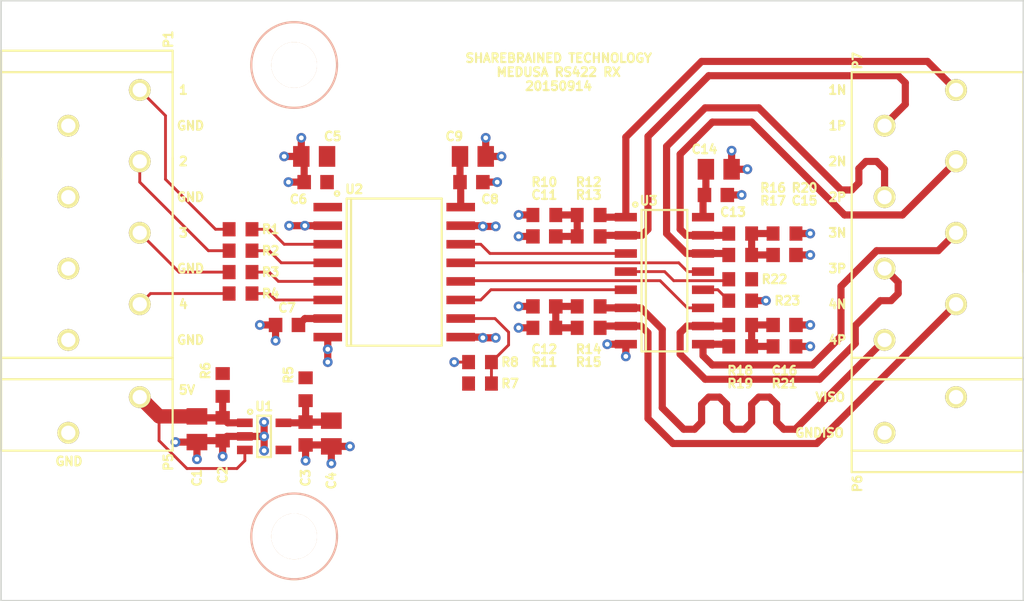
<source format=kicad_pcb>
(kicad_pcb (version 20171130) (host pcbnew "(5.1.12)-1")

  (general
    (thickness 1.6)
    (drawings 25)
    (tracks 275)
    (zones 0)
    (modules 46)
    (nets 34)
  )

  (page A4)
  (layers
    (0 F.Cu signal)
    (31 B.Cu signal)
    (32 B.Adhes user hide)
    (33 F.Adhes user hide)
    (34 B.Paste user hide)
    (35 F.Paste user hide)
    (36 B.SilkS user hide)
    (37 F.SilkS user hide)
    (38 B.Mask user hide)
    (39 F.Mask user hide)
    (40 Dwgs.User user hide)
    (41 Cmts.User user hide)
    (42 Eco1.User user hide)
    (43 Eco2.User user hide)
    (44 Edge.Cuts user)
    (45 Margin user hide)
    (46 B.CrtYd user hide)
    (47 F.CrtYd user hide)
    (48 B.Fab user hide)
    (49 F.Fab user hide)
  )

  (setup
    (last_trace_width 0.2)
    (user_trace_width 0.2)
    (user_trace_width 0.3)
    (user_trace_width 0.5)
    (user_trace_width 1)
    (trace_clearance 0.2)
    (zone_clearance 0.4)
    (zone_45_only no)
    (trace_min 0.2)
    (via_size 0.6858)
    (via_drill 0.3302)
    (via_min_size 0.6858)
    (via_min_drill 0.3302)
    (uvia_size 0.3)
    (uvia_drill 0.1)
    (uvias_allowed no)
    (uvia_min_size 0.2)
    (uvia_min_drill 0.1)
    (edge_width 0.1)
    (segment_width 0.2)
    (pcb_text_width 0.3)
    (pcb_text_size 1.5 1.5)
    (mod_edge_width 0.15)
    (mod_text_size 0.6096 0.6096)
    (mod_text_width 0.1524)
    (pad_size 3.048 1.778)
    (pad_drill 0.508)
    (pad_to_mask_clearance 0.0762)
    (solder_mask_min_width 0.0762)
    (aux_axis_origin 0 0)
    (visible_elements 7FFFFFFF)
    (pcbplotparams
      (layerselection 0x010fc_80000001)
      (usegerberextensions true)
      (usegerberattributes true)
      (usegerberadvancedattributes true)
      (creategerberjobfile true)
      (excludeedgelayer true)
      (linewidth 0.100000)
      (plotframeref false)
      (viasonmask false)
      (mode 1)
      (useauxorigin false)
      (hpglpennumber 1)
      (hpglpenspeed 20)
      (hpglpendiameter 15.000000)
      (psnegative false)
      (psa4output false)
      (plotreference false)
      (plotvalue true)
      (plotinvisibletext false)
      (padsonsilk false)
      (subtractmaskfromsilk true)
      (outputformat 1)
      (mirror false)
      (drillshape 0)
      (scaleselection 1)
      (outputdirectory "gerber/"))
  )

  (net 0 "")
  (net 1 +5V)
  (net 2 GND)
  (net 3 +3.3V)
  (net 4 /VISO)
  (net 5 /GNDISO)
  (net 6 "Net-(C11-Pad2)")
  (net 7 "Net-(C12-Pad2)")
  (net 8 "Net-(C15-Pad1)")
  (net 9 "Net-(C16-Pad1)")
  (net 10 /RX1)
  (net 11 /RX2)
  (net 12 /RX3)
  (net 13 /RX4)
  (net 14 /VDD1)
  (net 15 /VSEL)
  (net 16 /RX1N)
  (net 17 /RX1P)
  (net 18 /RX2P)
  (net 19 /RX2N)
  (net 20 /RX4N)
  (net 21 /RX4P)
  (net 22 /RX3P)
  (net 23 /RX3N)
  (net 24 /RX4ISO)
  (net 25 /RX3ISO)
  (net 26 /RX2ISO)
  (net 27 /RX1ISO)
  (net 28 /RX1R)
  (net 29 /RX2R)
  (net 30 /RX3R)
  (net 31 /RX4R)
  (net 32 /RXG)
  (net 33 /RXG#)

  (net_class Default "This is the default net class."
    (clearance 0.2)
    (trace_width 0.2)
    (via_dia 0.6858)
    (via_drill 0.3302)
    (uvia_dia 0.3)
    (uvia_drill 0.1)
    (add_net +3.3V)
    (add_net +5V)
    (add_net /GNDISO)
    (add_net /RX1)
    (add_net /RX1ISO)
    (add_net /RX1N)
    (add_net /RX1P)
    (add_net /RX1R)
    (add_net /RX2)
    (add_net /RX2ISO)
    (add_net /RX2N)
    (add_net /RX2P)
    (add_net /RX2R)
    (add_net /RX3)
    (add_net /RX3ISO)
    (add_net /RX3N)
    (add_net /RX3P)
    (add_net /RX3R)
    (add_net /RX4)
    (add_net /RX4ISO)
    (add_net /RX4N)
    (add_net /RX4P)
    (add_net /RX4R)
    (add_net /RXG)
    (add_net /RXG#)
    (add_net /VDD1)
    (add_net /VISO)
    (add_net /VSEL)
    (add_net GND)
    (add_net "Net-(C11-Pad2)")
    (add_net "Net-(C12-Pad2)")
    (add_net "Net-(C15-Pad1)")
    (add_net "Net-(C16-Pad1)")
  )

  (module ipc_sot:IPC_SOT95P280X110-5N (layer F.Cu) (tedit 55F653E2) (tstamp 55F5D3B7)
    (at 120.9 115.5)
    (tags "SOT, SOT95P280X110-5N, JEDEC MO-193AB")
    (path /55F56504)
    (fp_text reference U1 (at 0 -2.1) (layer F.SilkS)
      (effects (font (size 0.6096 0.6096) (thickness 0.1524)))
    )
    (fp_text value DNI (at 0 0) (layer F.Fab) hide
      (effects (font (size 0.6096 0.6096) (thickness 0.1524)))
    )
    (fp_line (start -2.15 1.775) (end -2.15 -1.775) (layer F.CrtYd) (width 0.1524))
    (fp_line (start 2.15 1.775) (end -2.15 1.775) (layer F.CrtYd) (width 0.1524))
    (fp_line (start 2.15 -1.775) (end 2.15 1.775) (layer F.CrtYd) (width 0.1524))
    (fp_line (start -2.15 -1.775) (end 2.15 -1.775) (layer F.CrtYd) (width 0.1524))
    (fp_circle (center -0.98 -1.72) (end -0.8276 -1.72) (layer F.SilkS) (width 0.1524))
    (fp_line (start -0.475 1.45) (end -0.475 -1.45) (layer F.SilkS) (width 0.1524))
    (fp_line (start 0.475 1.45) (end -0.475 1.45) (layer F.SilkS) (width 0.1524))
    (fp_line (start 0.475 -1.45) (end 0.475 1.45) (layer F.SilkS) (width 0.1524))
    (fp_line (start -0.475 -1.45) (end 0.475 -1.45) (layer F.SilkS) (width 0.1524))
    (pad 1 smd rect (at -1.35 -0.95) (size 1.1 0.6) (layers F.Cu F.Paste F.Mask)
      (net 1 +5V))
    (pad 2 smd rect (at -1.35 0) (size 1.1 0.6) (layers F.Cu F.Paste F.Mask)
      (net 2 GND))
    (pad 3 smd rect (at -1.35 0.95) (size 1.1 0.6) (layers F.Cu F.Paste F.Mask)
      (net 1 +5V))
    (pad 4 smd rect (at 1.35 0.95) (size 1.1 0.6) (layers F.Cu F.Paste F.Mask))
    (pad 5 smd rect (at 1.35 -0.95) (size 1.1 0.6) (layers F.Cu F.Paste F.Mask)
      (net 3 +3.3V))
  )

  (module ipc_soic:IPC_SOIC127P600X175-16N (layer F.Cu) (tedit 55F62FCE) (tstamp 55F5D3F3)
    (at 148.9 104.6)
    (tags "SOIC127P600X175-16N, MS-012AC, TI D, TI R-PDSO-G16")
    (path /55F3174A)
    (fp_text reference U3 (at -1.1 -5.6) (layer F.SilkS)
      (effects (font (size 0.6096 0.6096) (thickness 0.1524)))
    )
    (fp_text value AM26LV32E (at 0 0) (layer F.Fab) hide
      (effects (font (size 0.6096 0.6096) (thickness 0.1524)))
    )
    (fp_line (start -1.6 4.95) (end -1.6 -4.95) (layer F.SilkS) (width 0.1524))
    (fp_line (start 1.6 4.95) (end -1.6 4.95) (layer F.SilkS) (width 0.1524))
    (fp_line (start 1.6 -4.95) (end 1.6 4.95) (layer F.SilkS) (width 0.1524))
    (fp_line (start -1.6 -4.95) (end 1.6 -4.95) (layer F.SilkS) (width 0.1524))
    (fp_line (start -3.725 5.25) (end -3.725 -5.25) (layer F.CrtYd) (width 0.1524))
    (fp_line (start 3.725 5.25) (end -3.725 5.25) (layer F.CrtYd) (width 0.1524))
    (fp_line (start 3.725 -5.25) (end 3.725 5.25) (layer F.CrtYd) (width 0.1524))
    (fp_line (start -3.725 -5.25) (end 3.725 -5.25) (layer F.CrtYd) (width 0.1524))
    (fp_circle (center -2.04 -5.33) (end -1.8876 -5.33) (layer F.SilkS) (width 0.1524))
    (fp_line (start -1.2952 4.95) (end -1.2952 -4.95) (layer F.SilkS) (width 0.1524))
    (pad 1 smd rect (at -2.7 -4.445) (size 1.55 0.6) (layers F.Cu F.Paste F.Mask)
      (net 16 /RX1N))
    (pad 2 smd rect (at -2.7 -3.175) (size 1.55 0.6) (layers F.Cu F.Paste F.Mask)
      (net 17 /RX1P))
    (pad 3 smd rect (at -2.7 -1.905) (size 1.55 0.6) (layers F.Cu F.Paste F.Mask)
      (net 27 /RX1ISO))
    (pad 4 smd rect (at -2.7 -0.635) (size 1.55 0.6) (layers F.Cu F.Paste F.Mask)
      (net 32 /RXG))
    (pad 5 smd rect (at -2.7 0.635) (size 1.55 0.6) (layers F.Cu F.Paste F.Mask)
      (net 24 /RX4ISO))
    (pad 6 smd rect (at -2.7 1.905) (size 1.55 0.6) (layers F.Cu F.Paste F.Mask)
      (net 21 /RX4P))
    (pad 7 smd rect (at -2.7 3.175) (size 1.55 0.6) (layers F.Cu F.Paste F.Mask)
      (net 20 /RX4N))
    (pad 8 smd rect (at -2.7 4.445) (size 1.55 0.6) (layers F.Cu F.Paste F.Mask)
      (net 5 /GNDISO))
    (pad 9 smd rect (at 2.7 4.445) (size 1.55 0.6) (layers F.Cu F.Paste F.Mask)
      (net 23 /RX3N))
    (pad 10 smd rect (at 2.7 3.175) (size 1.55 0.6) (layers F.Cu F.Paste F.Mask)
      (net 22 /RX3P))
    (pad 11 smd rect (at 2.7 1.905) (size 1.55 0.6) (layers F.Cu F.Paste F.Mask)
      (net 25 /RX3ISO))
    (pad 12 smd rect (at 2.7 0.635) (size 1.55 0.6) (layers F.Cu F.Paste F.Mask)
      (net 33 /RXG#))
    (pad 13 smd rect (at 2.7 -0.635) (size 1.55 0.6) (layers F.Cu F.Paste F.Mask)
      (net 26 /RX2ISO))
    (pad 14 smd rect (at 2.7 -1.905) (size 1.55 0.6) (layers F.Cu F.Paste F.Mask)
      (net 18 /RX2P))
    (pad 15 smd rect (at 2.7 -3.175) (size 1.55 0.6) (layers F.Cu F.Paste F.Mask)
      (net 19 /RX2N))
    (pad 16 smd rect (at 2.7 -4.445) (size 1.55 0.6) (layers F.Cu F.Paste F.Mask)
      (net 4 /VISO))
  )

  (module ipc_soic:IPC_SOIC127P1030X265-16N (layer F.Cu) (tedit 55F62FDE) (tstamp 55F5D3D5)
    (at 130 104)
    (tags "SOIC, SOIC127P1030X265-16N, MS-013AA")
    (path /55F517F0)
    (fp_text reference U2 (at -2.8 -5.8) (layer F.SilkS)
      (effects (font (size 0.6096 0.6096) (thickness 0.1524)))
    )
    (fp_text value ADuM6404 (at 0 0) (layer F.Fab) hide
      (effects (font (size 0.6096 0.6096) (thickness 0.1524)))
    )
    (fp_line (start -3.325 5.15) (end -3.325 -5.15) (layer F.SilkS) (width 0.15))
    (fp_line (start 3.325 5.15) (end -3.325 5.15) (layer F.SilkS) (width 0.15))
    (fp_line (start 3.325 -5.15) (end 3.325 5.15) (layer F.SilkS) (width 0.15))
    (fp_line (start -3.325 -5.15) (end 3.325 -5.15) (layer F.SilkS) (width 0.1524))
    (fp_line (start -5.9 5.5) (end -5.9 -5.5) (layer F.CrtYd) (width 0.1524))
    (fp_line (start 5.9 5.5) (end -5.9 5.5) (layer F.CrtYd) (width 0.1524))
    (fp_line (start 5.9 -5.5) (end 5.9 5.5) (layer F.CrtYd) (width 0.1524))
    (fp_line (start -5.9 -5.5) (end 5.9 -5.5) (layer F.CrtYd) (width 0.1524))
    (fp_circle (center -4 -5.5) (end -3.8476 -5.5) (layer F.SilkS) (width 0.1524))
    (fp_line (start -3.0202 -5.15) (end -3.0202 5.15) (layer F.SilkS) (width 0.1524))
    (pad 1 smd rect (at -4.65 -4.55) (size 2 0.6) (layers F.Cu F.Paste F.Mask)
      (net 14 /VDD1))
    (pad 2 smd rect (at -4.65 -3.25) (size 2 0.6) (layers F.Cu F.Paste F.Mask)
      (net 2 GND))
    (pad 3 smd rect (at -4.65 -1.95) (size 2 0.6) (layers F.Cu F.Paste F.Mask)
      (net 10 /RX1))
    (pad 4 smd rect (at -4.65 -0.65) (size 2 0.6) (layers F.Cu F.Paste F.Mask)
      (net 11 /RX2))
    (pad 5 smd rect (at -4.65 0.65) (size 2 0.6) (layers F.Cu F.Paste F.Mask)
      (net 12 /RX3))
    (pad 6 smd rect (at -4.65 1.95) (size 2 0.6) (layers F.Cu F.Paste F.Mask)
      (net 13 /RX4))
    (pad 7 smd rect (at -4.65 3.25) (size 2 0.6) (layers F.Cu F.Paste F.Mask)
      (net 14 /VDD1))
    (pad 8 smd rect (at -4.65 4.55) (size 2 0.6) (layers F.Cu F.Paste F.Mask)
      (net 2 GND))
    (pad 9 smd rect (at 4.65 4.55) (size 2 0.6) (layers F.Cu F.Paste F.Mask)
      (net 5 /GNDISO))
    (pad 10 smd rect (at 4.65 3.25) (size 2 0.6) (layers F.Cu F.Paste F.Mask)
      (net 15 /VSEL))
    (pad 11 smd rect (at 4.65 1.95) (size 2 0.6) (layers F.Cu F.Paste F.Mask)
      (net 24 /RX4ISO))
    (pad 12 smd rect (at 4.65 0.65) (size 2 0.6) (layers F.Cu F.Paste F.Mask)
      (net 25 /RX3ISO))
    (pad 13 smd rect (at 4.65 -0.65) (size 2 0.6) (layers F.Cu F.Paste F.Mask)
      (net 26 /RX2ISO))
    (pad 14 smd rect (at 4.65 -1.95) (size 2 0.6) (layers F.Cu F.Paste F.Mask)
      (net 27 /RX1ISO))
    (pad 15 smd rect (at 4.65 -3.25) (size 2 0.6) (layers F.Cu F.Paste F.Mask)
      (net 5 /GNDISO))
    (pad 16 smd rect (at 4.65 -4.55) (size 2 0.6) (layers F.Cu F.Paste F.Mask)
      (net 4 /VISO))
  )

  (module ipc_resc:IPC_RESC1608X55N (layer F.Cu) (tedit 55F64AD3) (tstamp 55F5D3A5)
    (at 157.3 109.2)
    (tags "RESC1608X55N, EIA 0603, Metric 1608")
    (path /55F3CF7A)
    (fp_text reference R21 (at 0 2.6) (layer F.SilkS)
      (effects (font (size 0.6096 0.6096) (thickness 0.1524)))
    )
    (fp_text value DNI (at 0 0) (layer F.Fab) hide
      (effects (font (size 0.6096 0.6096) (thickness 0.1524)))
    )
    (fp_line (start -1.5 0.75) (end -1.5 -0.75) (layer F.CrtYd) (width 0.1524))
    (fp_line (start 1.5 0.75) (end -1.5 0.75) (layer F.CrtYd) (width 0.1524))
    (fp_line (start 1.5 -0.75) (end 1.5 0.75) (layer F.CrtYd) (width 0.1524))
    (fp_line (start -1.5 -0.75) (end 1.5 -0.75) (layer F.CrtYd) (width 0.1524))
    (pad 1 smd rect (at -0.8 0) (size 0.9 1) (layers F.Cu F.Paste F.Mask)
      (net 9 "Net-(C16-Pad1)"))
    (pad 2 smd rect (at 0.8 0) (size 0.9 1) (layers F.Cu F.Paste F.Mask)
      (net 5 /GNDISO))
  )

  (module ipc_resc:IPC_RESC1608X55N (layer F.Cu) (tedit 55F64AA6) (tstamp 55F5D39B)
    (at 157.3 101.3)
    (tags "RESC1608X55N, EIA 0603, Metric 1608")
    (path /55F3E0D2)
    (fp_text reference R20 (at 1.4 -3.2) (layer F.SilkS)
      (effects (font (size 0.6096 0.6096) (thickness 0.1524)))
    )
    (fp_text value DNI (at 0 0) (layer F.Fab) hide
      (effects (font (size 0.6096 0.6096) (thickness 0.1524)))
    )
    (fp_line (start -1.5 0.75) (end -1.5 -0.75) (layer F.CrtYd) (width 0.1524))
    (fp_line (start 1.5 0.75) (end -1.5 0.75) (layer F.CrtYd) (width 0.1524))
    (fp_line (start 1.5 -0.75) (end 1.5 0.75) (layer F.CrtYd) (width 0.1524))
    (fp_line (start -1.5 -0.75) (end 1.5 -0.75) (layer F.CrtYd) (width 0.1524))
    (pad 1 smd rect (at -0.8 0) (size 0.9 1) (layers F.Cu F.Paste F.Mask)
      (net 8 "Net-(C15-Pad1)"))
    (pad 2 smd rect (at 0.8 0) (size 0.9 1) (layers F.Cu F.Paste F.Mask)
      (net 5 /GNDISO))
  )

  (module ipc_resc:IPC_RESC1608X55N (layer F.Cu) (tedit 55F64AC9) (tstamp 55F5D391)
    (at 154.2 109.2)
    (tags "RESC1608X55N, EIA 0603, Metric 1608")
    (path /55F3CC07)
    (fp_text reference R19 (at 0 2.6) (layer F.SilkS)
      (effects (font (size 0.6096 0.6096) (thickness 0.1524)))
    )
    (fp_text value 50R (at 0 0) (layer F.Fab) hide
      (effects (font (size 0.6096 0.6096) (thickness 0.1524)))
    )
    (fp_line (start -1.5 0.75) (end -1.5 -0.75) (layer F.CrtYd) (width 0.1524))
    (fp_line (start 1.5 0.75) (end -1.5 0.75) (layer F.CrtYd) (width 0.1524))
    (fp_line (start 1.5 -0.75) (end 1.5 0.75) (layer F.CrtYd) (width 0.1524))
    (fp_line (start -1.5 -0.75) (end 1.5 -0.75) (layer F.CrtYd) (width 0.1524))
    (pad 1 smd rect (at -0.8 0) (size 0.9 1) (layers F.Cu F.Paste F.Mask)
      (net 23 /RX3N))
    (pad 2 smd rect (at 0.8 0) (size 0.9 1) (layers F.Cu F.Paste F.Mask)
      (net 9 "Net-(C16-Pad1)"))
  )

  (module ipc_resc:IPC_RESC1608X55N (layer F.Cu) (tedit 55F64AC5) (tstamp 55F5D387)
    (at 154.2 107.7)
    (tags "RESC1608X55N, EIA 0603, Metric 1608")
    (path /55F3CB5D)
    (fp_text reference R18 (at 0 3.2) (layer F.SilkS)
      (effects (font (size 0.6096 0.6096) (thickness 0.1524)))
    )
    (fp_text value 50R (at 0 0) (layer F.Fab) hide
      (effects (font (size 0.6096 0.6096) (thickness 0.1524)))
    )
    (fp_line (start -1.5 0.75) (end -1.5 -0.75) (layer F.CrtYd) (width 0.1524))
    (fp_line (start 1.5 0.75) (end -1.5 0.75) (layer F.CrtYd) (width 0.1524))
    (fp_line (start 1.5 -0.75) (end 1.5 0.75) (layer F.CrtYd) (width 0.1524))
    (fp_line (start -1.5 -0.75) (end 1.5 -0.75) (layer F.CrtYd) (width 0.1524))
    (pad 1 smd rect (at -0.8 0) (size 0.9 1) (layers F.Cu F.Paste F.Mask)
      (net 22 /RX3P))
    (pad 2 smd rect (at 0.8 0) (size 0.9 1) (layers F.Cu F.Paste F.Mask)
      (net 9 "Net-(C16-Pad1)"))
  )

  (module ipc_resc:IPC_RESC1608X55N (layer F.Cu) (tedit 55F64AB4) (tstamp 55F5D37D)
    (at 154.2 102.8)
    (tags "RESC1608X55N, EIA 0603, Metric 1608")
    (path /55F3D8AD)
    (fp_text reference R17 (at 2.3 -3.8) (layer F.SilkS)
      (effects (font (size 0.6096 0.6096) (thickness 0.1524)))
    )
    (fp_text value 50R (at 0 0) (layer F.Fab) hide
      (effects (font (size 0.6096 0.6096) (thickness 0.1524)))
    )
    (fp_line (start -1.5 0.75) (end -1.5 -0.75) (layer F.CrtYd) (width 0.1524))
    (fp_line (start 1.5 0.75) (end -1.5 0.75) (layer F.CrtYd) (width 0.1524))
    (fp_line (start 1.5 -0.75) (end 1.5 0.75) (layer F.CrtYd) (width 0.1524))
    (fp_line (start -1.5 -0.75) (end 1.5 -0.75) (layer F.CrtYd) (width 0.1524))
    (pad 1 smd rect (at -0.8 0) (size 0.9 1) (layers F.Cu F.Paste F.Mask)
      (net 18 /RX2P))
    (pad 2 smd rect (at 0.8 0) (size 0.9 1) (layers F.Cu F.Paste F.Mask)
      (net 8 "Net-(C15-Pad1)"))
  )

  (module ipc_resc:IPC_RESC1608X55N (layer F.Cu) (tedit 55F64AA2) (tstamp 55F5D373)
    (at 154.2 101.3)
    (tags "RESC1608X55N, EIA 0603, Metric 1608")
    (path /55F3D7FD)
    (fp_text reference R16 (at 2.3 -3.2) (layer F.SilkS)
      (effects (font (size 0.6096 0.6096) (thickness 0.1524)))
    )
    (fp_text value 50R (at 0 0) (layer F.Fab) hide
      (effects (font (size 0.6096 0.6096) (thickness 0.1524)))
    )
    (fp_line (start -1.5 0.75) (end -1.5 -0.75) (layer F.CrtYd) (width 0.1524))
    (fp_line (start 1.5 0.75) (end -1.5 0.75) (layer F.CrtYd) (width 0.1524))
    (fp_line (start 1.5 -0.75) (end 1.5 0.75) (layer F.CrtYd) (width 0.1524))
    (fp_line (start -1.5 -0.75) (end 1.5 -0.75) (layer F.CrtYd) (width 0.1524))
    (pad 1 smd rect (at -0.8 0) (size 0.9 1) (layers F.Cu F.Paste F.Mask)
      (net 19 /RX2N))
    (pad 2 smd rect (at 0.8 0) (size 0.9 1) (layers F.Cu F.Paste F.Mask)
      (net 8 "Net-(C15-Pad1)"))
  )

  (module ipc_resc:IPC_RESC1608X55N (layer F.Cu) (tedit 55F64A18) (tstamp 55F5D369)
    (at 143.6 107.9)
    (tags "RESC1608X55N, EIA 0603, Metric 1608")
    (path /55F3BAA3)
    (fp_text reference R15 (at 0 2.4) (layer F.SilkS)
      (effects (font (size 0.6096 0.6096) (thickness 0.1524)))
    )
    (fp_text value 50R (at 0 0) (layer F.Fab) hide
      (effects (font (size 0.6096 0.6096) (thickness 0.1524)))
    )
    (fp_line (start -1.5 0.75) (end -1.5 -0.75) (layer F.CrtYd) (width 0.1524))
    (fp_line (start 1.5 0.75) (end -1.5 0.75) (layer F.CrtYd) (width 0.1524))
    (fp_line (start 1.5 -0.75) (end 1.5 0.75) (layer F.CrtYd) (width 0.1524))
    (fp_line (start -1.5 -0.75) (end 1.5 -0.75) (layer F.CrtYd) (width 0.1524))
    (pad 1 smd rect (at -0.8 0) (size 0.9 1) (layers F.Cu F.Paste F.Mask)
      (net 7 "Net-(C12-Pad2)"))
    (pad 2 smd rect (at 0.8 0) (size 0.9 1) (layers F.Cu F.Paste F.Mask)
      (net 20 /RX4N))
  )

  (module ipc_resc:IPC_RESC1608X55N (layer F.Cu) (tedit 55F64A14) (tstamp 55F5D35F)
    (at 143.6 106.4)
    (tags "RESC1608X55N, EIA 0603, Metric 1608")
    (path /55F3BA06)
    (fp_text reference R14 (at 0 3) (layer F.SilkS)
      (effects (font (size 0.6096 0.6096) (thickness 0.1524)))
    )
    (fp_text value 50R (at 0 0) (layer F.Fab) hide
      (effects (font (size 0.6096 0.6096) (thickness 0.1524)))
    )
    (fp_line (start -1.5 0.75) (end -1.5 -0.75) (layer F.CrtYd) (width 0.1524))
    (fp_line (start 1.5 0.75) (end -1.5 0.75) (layer F.CrtYd) (width 0.1524))
    (fp_line (start 1.5 -0.75) (end 1.5 0.75) (layer F.CrtYd) (width 0.1524))
    (fp_line (start -1.5 -0.75) (end 1.5 -0.75) (layer F.CrtYd) (width 0.1524))
    (pad 1 smd rect (at -0.8 0) (size 0.9 1) (layers F.Cu F.Paste F.Mask)
      (net 7 "Net-(C12-Pad2)"))
    (pad 2 smd rect (at 0.8 0) (size 0.9 1) (layers F.Cu F.Paste F.Mask)
      (net 21 /RX4P))
  )

  (module ipc_resc:IPC_RESC1608X55N (layer F.Cu) (tedit 55F649BC) (tstamp 55F5D355)
    (at 143.6 101.5)
    (tags "RESC1608X55N, EIA 0603, Metric 1608")
    (path /55F397AE)
    (fp_text reference R13 (at 0 -2.9) (layer F.SilkS)
      (effects (font (size 0.6096 0.6096) (thickness 0.1524)))
    )
    (fp_text value 50R (at 0 0) (layer F.Fab) hide
      (effects (font (size 0.6096 0.6096) (thickness 0.1524)))
    )
    (fp_line (start -1.5 0.75) (end -1.5 -0.75) (layer F.CrtYd) (width 0.1524))
    (fp_line (start 1.5 0.75) (end -1.5 0.75) (layer F.CrtYd) (width 0.1524))
    (fp_line (start 1.5 -0.75) (end 1.5 0.75) (layer F.CrtYd) (width 0.1524))
    (fp_line (start -1.5 -0.75) (end 1.5 -0.75) (layer F.CrtYd) (width 0.1524))
    (pad 1 smd rect (at -0.8 0) (size 0.9 1) (layers F.Cu F.Paste F.Mask)
      (net 6 "Net-(C11-Pad2)"))
    (pad 2 smd rect (at 0.8 0) (size 0.9 1) (layers F.Cu F.Paste F.Mask)
      (net 17 /RX1P))
  )

  (module ipc_resc:IPC_RESC1608X55N (layer F.Cu) (tedit 55F649C0) (tstamp 55F5D34B)
    (at 143.6 100)
    (tags "RESC1608X55N, EIA 0603, Metric 1608")
    (path /5257081F)
    (fp_text reference R12 (at 0 -2.3) (layer F.SilkS)
      (effects (font (size 0.6096 0.6096) (thickness 0.1524)))
    )
    (fp_text value 50R (at 0 0) (layer F.Fab) hide
      (effects (font (size 0.6096 0.6096) (thickness 0.1524)))
    )
    (fp_line (start -1.5 0.75) (end -1.5 -0.75) (layer F.CrtYd) (width 0.1524))
    (fp_line (start 1.5 0.75) (end -1.5 0.75) (layer F.CrtYd) (width 0.1524))
    (fp_line (start 1.5 -0.75) (end 1.5 0.75) (layer F.CrtYd) (width 0.1524))
    (fp_line (start -1.5 -0.75) (end 1.5 -0.75) (layer F.CrtYd) (width 0.1524))
    (pad 1 smd rect (at -0.8 0) (size 0.9 1) (layers F.Cu F.Paste F.Mask)
      (net 6 "Net-(C11-Pad2)"))
    (pad 2 smd rect (at 0.8 0) (size 0.9 1) (layers F.Cu F.Paste F.Mask)
      (net 16 /RX1N))
  )

  (module ipc_resc:IPC_RESC1608X55N (layer F.Cu) (tedit 55F64A0C) (tstamp 55F5D341)
    (at 140.5 107.9)
    (tags "RESC1608X55N, EIA 0603, Metric 1608")
    (path /55F3C052)
    (fp_text reference R11 (at 0 2.4) (layer F.SilkS)
      (effects (font (size 0.6096 0.6096) (thickness 0.1524)))
    )
    (fp_text value DNI (at 0 0) (layer F.Fab) hide
      (effects (font (size 0.6096 0.6096) (thickness 0.1524)))
    )
    (fp_line (start -1.5 0.75) (end -1.5 -0.75) (layer F.CrtYd) (width 0.1524))
    (fp_line (start 1.5 0.75) (end -1.5 0.75) (layer F.CrtYd) (width 0.1524))
    (fp_line (start 1.5 -0.75) (end 1.5 0.75) (layer F.CrtYd) (width 0.1524))
    (fp_line (start -1.5 -0.75) (end 1.5 -0.75) (layer F.CrtYd) (width 0.1524))
    (pad 1 smd rect (at -0.8 0) (size 0.9 1) (layers F.Cu F.Paste F.Mask)
      (net 5 /GNDISO))
    (pad 2 smd rect (at 0.8 0) (size 0.9 1) (layers F.Cu F.Paste F.Mask)
      (net 7 "Net-(C12-Pad2)"))
  )

  (module ipc_resc:IPC_RESC1608X55N (layer F.Cu) (tedit 55F649AF) (tstamp 55F5D337)
    (at 140.5 100)
    (tags "RESC1608X55N, EIA 0603, Metric 1608")
    (path /55F3A111)
    (fp_text reference R10 (at 0 -2.3) (layer F.SilkS)
      (effects (font (size 0.6096 0.6096) (thickness 0.1524)))
    )
    (fp_text value DNI (at 0 0) (layer F.Fab) hide
      (effects (font (size 0.6096 0.6096) (thickness 0.1524)))
    )
    (fp_line (start -1.5 0.75) (end -1.5 -0.75) (layer F.CrtYd) (width 0.1524))
    (fp_line (start 1.5 0.75) (end -1.5 0.75) (layer F.CrtYd) (width 0.1524))
    (fp_line (start 1.5 -0.75) (end 1.5 0.75) (layer F.CrtYd) (width 0.1524))
    (fp_line (start -1.5 -0.75) (end 1.5 -0.75) (layer F.CrtYd) (width 0.1524))
    (pad 1 smd rect (at -0.8 0) (size 0.9 1) (layers F.Cu F.Paste F.Mask)
      (net 5 /GNDISO))
    (pad 2 smd rect (at 0.8 0) (size 0.9 1) (layers F.Cu F.Paste F.Mask)
      (net 6 "Net-(C11-Pad2)"))
  )

  (module ipc_resc:IPC_RESC1608X55N (layer F.Cu) (tedit 55F649FA) (tstamp 55F5D32D)
    (at 136 110.3 180)
    (tags "RESC1608X55N, EIA 0603, Metric 1608")
    (path /55F53779)
    (fp_text reference R8 (at -2.1 0 180) (layer F.SilkS)
      (effects (font (size 0.6096 0.6096) (thickness 0.1524)))
    )
    (fp_text value 0R (at 0 0 180) (layer F.Fab) hide
      (effects (font (size 0.6096 0.6096) (thickness 0.1524)))
    )
    (fp_line (start -1.5 0.75) (end -1.5 -0.75) (layer F.CrtYd) (width 0.1524))
    (fp_line (start 1.5 0.75) (end -1.5 0.75) (layer F.CrtYd) (width 0.1524))
    (fp_line (start 1.5 -0.75) (end 1.5 0.75) (layer F.CrtYd) (width 0.1524))
    (fp_line (start -1.5 -0.75) (end 1.5 -0.75) (layer F.CrtYd) (width 0.1524))
    (pad 1 smd rect (at -0.8 0 180) (size 0.9 1) (layers F.Cu F.Paste F.Mask)
      (net 15 /VSEL))
    (pad 2 smd rect (at 0.8 0 180) (size 0.9 1) (layers F.Cu F.Paste F.Mask)
      (net 5 /GNDISO))
  )

  (module ipc_resc:IPC_RESC1608X55N (layer F.Cu) (tedit 55F649F5) (tstamp 55F5D323)
    (at 136 111.8 180)
    (tags "RESC1608X55N, EIA 0603, Metric 1608")
    (path /55F536E2)
    (fp_text reference R7 (at -2.1 0 180) (layer F.SilkS)
      (effects (font (size 0.6096 0.6096) (thickness 0.1524)))
    )
    (fp_text value DNI (at 0 0 180) (layer F.Fab) hide
      (effects (font (size 0.6096 0.6096) (thickness 0.1524)))
    )
    (fp_line (start -1.5 0.75) (end -1.5 -0.75) (layer F.CrtYd) (width 0.1524))
    (fp_line (start 1.5 0.75) (end -1.5 0.75) (layer F.CrtYd) (width 0.1524))
    (fp_line (start 1.5 -0.75) (end 1.5 0.75) (layer F.CrtYd) (width 0.1524))
    (fp_line (start -1.5 -0.75) (end 1.5 -0.75) (layer F.CrtYd) (width 0.1524))
    (pad 1 smd rect (at -0.8 0 180) (size 0.9 1) (layers F.Cu F.Paste F.Mask)
      (net 15 /VSEL))
    (pad 2 smd rect (at 0.8 0 180) (size 0.9 1) (layers F.Cu F.Paste F.Mask)
      (net 4 /VISO))
  )

  (module ipc_resc:IPC_RESC1608X55N (layer F.Cu) (tedit 55F64A42) (tstamp 55F5D319)
    (at 118 111.9 270)
    (tags "RESC1608X55N, EIA 0603, Metric 1608")
    (path /55F568E7)
    (fp_text reference R6 (at -1 1.2 270) (layer F.SilkS)
      (effects (font (size 0.6096 0.6096) (thickness 0.1524)))
    )
    (fp_text value 0R (at 0 0 270) (layer F.Fab) hide
      (effects (font (size 0.6096 0.6096) (thickness 0.1524)))
    )
    (fp_line (start -1.5 0.75) (end -1.5 -0.75) (layer F.CrtYd) (width 0.1524))
    (fp_line (start 1.5 0.75) (end -1.5 0.75) (layer F.CrtYd) (width 0.1524))
    (fp_line (start 1.5 -0.75) (end 1.5 0.75) (layer F.CrtYd) (width 0.1524))
    (fp_line (start -1.5 -0.75) (end 1.5 -0.75) (layer F.CrtYd) (width 0.1524))
    (pad 1 smd rect (at -0.8 0 270) (size 0.9 1) (layers F.Cu F.Paste F.Mask)
      (net 14 /VDD1))
    (pad 2 smd rect (at 0.8 0 270) (size 0.9 1) (layers F.Cu F.Paste F.Mask)
      (net 1 +5V))
  )

  (module ipc_resc:IPC_RESC1608X55N (layer F.Cu) (tedit 55F64A47) (tstamp 55F5D30F)
    (at 123.8 112.2 270)
    (tags "RESC1608X55N, EIA 0603, Metric 1608")
    (path /55F56832)
    (fp_text reference R5 (at -1 1.2 270) (layer F.SilkS)
      (effects (font (size 0.6096 0.6096) (thickness 0.1524)))
    )
    (fp_text value DNI (at 0 0 270) (layer F.Fab) hide
      (effects (font (size 0.6096 0.6096) (thickness 0.1524)))
    )
    (fp_line (start -1.5 0.75) (end -1.5 -0.75) (layer F.CrtYd) (width 0.1524))
    (fp_line (start 1.5 0.75) (end -1.5 0.75) (layer F.CrtYd) (width 0.1524))
    (fp_line (start 1.5 -0.75) (end 1.5 0.75) (layer F.CrtYd) (width 0.1524))
    (fp_line (start -1.5 -0.75) (end 1.5 -0.75) (layer F.CrtYd) (width 0.1524))
    (pad 1 smd rect (at -0.8 0 270) (size 0.9 1) (layers F.Cu F.Paste F.Mask)
      (net 14 /VDD1))
    (pad 2 smd rect (at 0.8 0 270) (size 0.9 1) (layers F.Cu F.Paste F.Mask)
      (net 3 +3.3V))
  )

  (module ipc_resc:IPC_RESC1608X55N (layer F.Cu) (tedit 55F64981) (tstamp 55F5D305)
    (at 119.25 105.5 180)
    (tags "RESC1608X55N, EIA 0603, Metric 1608")
    (path /55F52897)
    (fp_text reference R4 (at -2.1 0 180) (layer F.SilkS)
      (effects (font (size 0.6096 0.6096) (thickness 0.1524)))
    )
    (fp_text value 22R (at 0 0 180) (layer F.Fab) hide
      (effects (font (size 0.6096 0.6096) (thickness 0.1524)))
    )
    (fp_line (start -1.5 0.75) (end -1.5 -0.75) (layer F.CrtYd) (width 0.1524))
    (fp_line (start 1.5 0.75) (end -1.5 0.75) (layer F.CrtYd) (width 0.1524))
    (fp_line (start 1.5 -0.75) (end 1.5 0.75) (layer F.CrtYd) (width 0.1524))
    (fp_line (start -1.5 -0.75) (end 1.5 -0.75) (layer F.CrtYd) (width 0.1524))
    (pad 1 smd rect (at -0.8 0 180) (size 0.9 1) (layers F.Cu F.Paste F.Mask)
      (net 13 /RX4))
    (pad 2 smd rect (at 0.8 0 180) (size 0.9 1) (layers F.Cu F.Paste F.Mask)
      (net 31 /RX4R))
  )

  (module ipc_resc:IPC_RESC1608X55N (layer F.Cu) (tedit 55F6497B) (tstamp 55F5D2FB)
    (at 119.25 104 180)
    (tags "RESC1608X55N, EIA 0603, Metric 1608")
    (path /55F52808)
    (fp_text reference R3 (at -2.1 0 180) (layer F.SilkS)
      (effects (font (size 0.6096 0.6096) (thickness 0.1524)))
    )
    (fp_text value 22R (at 0 0 180) (layer F.Fab) hide
      (effects (font (size 0.6096 0.6096) (thickness 0.1524)))
    )
    (fp_line (start -1.5 0.75) (end -1.5 -0.75) (layer F.CrtYd) (width 0.1524))
    (fp_line (start 1.5 0.75) (end -1.5 0.75) (layer F.CrtYd) (width 0.1524))
    (fp_line (start 1.5 -0.75) (end 1.5 0.75) (layer F.CrtYd) (width 0.1524))
    (fp_line (start -1.5 -0.75) (end 1.5 -0.75) (layer F.CrtYd) (width 0.1524))
    (pad 1 smd rect (at -0.8 0 180) (size 0.9 1) (layers F.Cu F.Paste F.Mask)
      (net 12 /RX3))
    (pad 2 smd rect (at 0.8 0 180) (size 0.9 1) (layers F.Cu F.Paste F.Mask)
      (net 30 /RX3R))
  )

  (module ipc_resc:IPC_RESC1608X55N (layer F.Cu) (tedit 55F64975) (tstamp 55F5D2F1)
    (at 119.25 102.5 180)
    (tags "RESC1608X55N, EIA 0603, Metric 1608")
    (path /525706B1)
    (fp_text reference R2 (at -2.1 0 180) (layer F.SilkS)
      (effects (font (size 0.6096 0.6096) (thickness 0.1524)))
    )
    (fp_text value 22R (at 0 0 180) (layer F.Fab) hide
      (effects (font (size 0.6096 0.6096) (thickness 0.1524)))
    )
    (fp_line (start -1.5 0.75) (end -1.5 -0.75) (layer F.CrtYd) (width 0.1524))
    (fp_line (start 1.5 0.75) (end -1.5 0.75) (layer F.CrtYd) (width 0.1524))
    (fp_line (start 1.5 -0.75) (end 1.5 0.75) (layer F.CrtYd) (width 0.1524))
    (fp_line (start -1.5 -0.75) (end 1.5 -0.75) (layer F.CrtYd) (width 0.1524))
    (pad 1 smd rect (at -0.8 0 180) (size 0.9 1) (layers F.Cu F.Paste F.Mask)
      (net 11 /RX2))
    (pad 2 smd rect (at 0.8 0 180) (size 0.9 1) (layers F.Cu F.Paste F.Mask)
      (net 29 /RX2R))
  )

  (module ipc_resc:IPC_RESC1608X55N (layer F.Cu) (tedit 55F6496E) (tstamp 55F5D2E7)
    (at 119.25 101 180)
    (tags "RESC1608X55N, EIA 0603, Metric 1608")
    (path /5257069A)
    (fp_text reference R1 (at -2.1 0 180) (layer F.SilkS)
      (effects (font (size 0.6096 0.6096) (thickness 0.1524)))
    )
    (fp_text value 22R (at 0 0 180) (layer F.Fab) hide
      (effects (font (size 0.6096 0.6096) (thickness 0.1524)))
    )
    (fp_line (start -1.5 0.75) (end -1.5 -0.75) (layer F.CrtYd) (width 0.1524))
    (fp_line (start 1.5 0.75) (end -1.5 0.75) (layer F.CrtYd) (width 0.1524))
    (fp_line (start 1.5 -0.75) (end 1.5 0.75) (layer F.CrtYd) (width 0.1524))
    (fp_line (start -1.5 -0.75) (end 1.5 -0.75) (layer F.CrtYd) (width 0.1524))
    (pad 1 smd rect (at -0.8 0 180) (size 0.9 1) (layers F.Cu F.Paste F.Mask)
      (net 10 /RX1))
    (pad 2 smd rect (at 0.8 0 180) (size 0.9 1) (layers F.Cu F.Paste F.Mask)
      (net 28 /RX1R))
  )

  (module ipc_capc:IPC_CAPC1608X95N (layer F.Cu) (tedit 55F64ACE) (tstamp 55F5D2DD)
    (at 157.3 107.7)
    (tags "CAPC1608X95N, EIA 0603, Metric 1608")
    (path /55F3D01D)
    (fp_text reference C16 (at 0 3.2) (layer F.SilkS)
      (effects (font (size 0.6096 0.6096) (thickness 0.1524)))
    )
    (fp_text value 10N (at 0 0) (layer F.Fab) hide
      (effects (font (size 0.6096 0.6096) (thickness 0.1524)))
    )
    (fp_line (start -1.525 0.75) (end -1.525 -0.75) (layer F.CrtYd) (width 0.1524))
    (fp_line (start 1.525 0.75) (end -1.525 0.75) (layer F.CrtYd) (width 0.1524))
    (fp_line (start 1.525 -0.75) (end 1.525 0.75) (layer F.CrtYd) (width 0.1524))
    (fp_line (start -1.525 -0.75) (end 1.525 -0.75) (layer F.CrtYd) (width 0.1524))
    (pad 1 smd rect (at -0.8 0) (size 0.95 1) (layers F.Cu F.Paste F.Mask)
      (net 9 "Net-(C16-Pad1)"))
    (pad 2 smd rect (at 0.8 0) (size 0.95 1) (layers F.Cu F.Paste F.Mask)
      (net 5 /GNDISO))
  )

  (module ipc_capc:IPC_CAPC1608X95N (layer F.Cu) (tedit 55F64AAE) (tstamp 55F5D2D3)
    (at 157.3 102.8)
    (tags "CAPC1608X95N, EIA 0603, Metric 1608")
    (path /55F3E18B)
    (fp_text reference C15 (at 1.4 -3.8) (layer F.SilkS)
      (effects (font (size 0.6096 0.6096) (thickness 0.1524)))
    )
    (fp_text value 10N (at 0 0) (layer F.Fab) hide
      (effects (font (size 0.6096 0.6096) (thickness 0.1524)))
    )
    (fp_line (start -1.525 0.75) (end -1.525 -0.75) (layer F.CrtYd) (width 0.1524))
    (fp_line (start 1.525 0.75) (end -1.525 0.75) (layer F.CrtYd) (width 0.1524))
    (fp_line (start 1.525 -0.75) (end 1.525 0.75) (layer F.CrtYd) (width 0.1524))
    (fp_line (start -1.525 -0.75) (end 1.525 -0.75) (layer F.CrtYd) (width 0.1524))
    (pad 1 smd rect (at -0.8 0) (size 0.95 1) (layers F.Cu F.Paste F.Mask)
      (net 8 "Net-(C15-Pad1)"))
    (pad 2 smd rect (at 0.8 0) (size 0.95 1) (layers F.Cu F.Paste F.Mask)
      (net 5 /GNDISO))
  )

  (module ipc_capc:IPC_CAPC2012X140N (layer F.Cu) (tedit 55F64A8C) (tstamp 55F5D2C9)
    (at 152.7 96.8)
    (tags "CAPC2012X140N, EIA 0805, Metric 2012")
    (path /55F50C9E)
    (fp_text reference C14 (at -1 -1.4) (layer F.SilkS)
      (effects (font (size 0.6096 0.6096) (thickness 0.1524)))
    )
    (fp_text value 10U (at 0 0) (layer F.Fab) hide
      (effects (font (size 0.6096 0.6096) (thickness 0.1524)))
    )
    (fp_line (start -1.725 0.975) (end -1.725 -0.975) (layer F.CrtYd) (width 0.1524))
    (fp_line (start 1.725 0.975) (end -1.725 0.975) (layer F.CrtYd) (width 0.1524))
    (fp_line (start 1.725 -0.975) (end 1.725 0.975) (layer F.CrtYd) (width 0.1524))
    (fp_line (start -1.725 -0.975) (end 1.725 -0.975) (layer F.CrtYd) (width 0.1524))
    (pad 1 smd rect (at -0.9 0) (size 1.15 1.45) (layers F.Cu F.Paste F.Mask)
      (net 4 /VISO))
    (pad 2 smd rect (at 0.9 0) (size 1.15 1.45) (layers F.Cu F.Paste F.Mask)
      (net 5 /GNDISO))
  )

  (module ipc_capc:IPC_CAPC1608X95N (layer F.Cu) (tedit 55F64A93) (tstamp 55F5D2BF)
    (at 152.5 98.6)
    (tags "CAPC1608X95N, EIA 0603, Metric 1608")
    (path /52570545)
    (fp_text reference C13 (at 1.2 1.2) (layer F.SilkS)
      (effects (font (size 0.6096 0.6096) (thickness 0.1524)))
    )
    (fp_text value 100N (at 0 0) (layer F.Fab) hide
      (effects (font (size 0.6096 0.6096) (thickness 0.1524)))
    )
    (fp_line (start -1.525 0.75) (end -1.525 -0.75) (layer F.CrtYd) (width 0.1524))
    (fp_line (start 1.525 0.75) (end -1.525 0.75) (layer F.CrtYd) (width 0.1524))
    (fp_line (start 1.525 -0.75) (end 1.525 0.75) (layer F.CrtYd) (width 0.1524))
    (fp_line (start -1.525 -0.75) (end 1.525 -0.75) (layer F.CrtYd) (width 0.1524))
    (pad 1 smd rect (at -0.8 0) (size 0.95 1) (layers F.Cu F.Paste F.Mask)
      (net 4 /VISO))
    (pad 2 smd rect (at 0.8 0) (size 0.95 1) (layers F.Cu F.Paste F.Mask)
      (net 5 /GNDISO))
  )

  (module ipc_capc:IPC_CAPC1608X95N (layer F.Cu) (tedit 55F64A06) (tstamp 55F5D2B5)
    (at 140.5 106.4)
    (tags "CAPC1608X95N, EIA 0603, Metric 1608")
    (path /55F3C0EA)
    (fp_text reference C12 (at 0 3) (layer F.SilkS)
      (effects (font (size 0.6096 0.6096) (thickness 0.1524)))
    )
    (fp_text value 10N (at 0 0) (layer F.Fab) hide
      (effects (font (size 0.6096 0.6096) (thickness 0.1524)))
    )
    (fp_line (start -1.525 0.75) (end -1.525 -0.75) (layer F.CrtYd) (width 0.1524))
    (fp_line (start 1.525 0.75) (end -1.525 0.75) (layer F.CrtYd) (width 0.1524))
    (fp_line (start 1.525 -0.75) (end 1.525 0.75) (layer F.CrtYd) (width 0.1524))
    (fp_line (start -1.525 -0.75) (end 1.525 -0.75) (layer F.CrtYd) (width 0.1524))
    (pad 1 smd rect (at -0.8 0) (size 0.95 1) (layers F.Cu F.Paste F.Mask)
      (net 5 /GNDISO))
    (pad 2 smd rect (at 0.8 0) (size 0.95 1) (layers F.Cu F.Paste F.Mask)
      (net 7 "Net-(C12-Pad2)"))
  )

  (module ipc_capc:IPC_CAPC1608X95N (layer F.Cu) (tedit 55F649B6) (tstamp 55F5D2AB)
    (at 140.5 101.5)
    (tags "CAPC1608X95N, EIA 0603, Metric 1608")
    (path /55F3A545)
    (fp_text reference C11 (at 0 -2.9) (layer F.SilkS)
      (effects (font (size 0.6096 0.6096) (thickness 0.1524)))
    )
    (fp_text value 10N (at 0 0) (layer F.Fab) hide
      (effects (font (size 0.6096 0.6096) (thickness 0.1524)))
    )
    (fp_line (start -1.525 0.75) (end -1.525 -0.75) (layer F.CrtYd) (width 0.1524))
    (fp_line (start 1.525 0.75) (end -1.525 0.75) (layer F.CrtYd) (width 0.1524))
    (fp_line (start 1.525 -0.75) (end 1.525 0.75) (layer F.CrtYd) (width 0.1524))
    (fp_line (start -1.525 -0.75) (end 1.525 -0.75) (layer F.CrtYd) (width 0.1524))
    (pad 1 smd rect (at -0.8 0) (size 0.95 1) (layers F.Cu F.Paste F.Mask)
      (net 5 /GNDISO))
    (pad 2 smd rect (at 0.8 0) (size 0.95 1) (layers F.Cu F.Paste F.Mask)
      (net 6 "Net-(C11-Pad2)"))
  )

  (module ipc_capc:IPC_CAPC2012X140N (layer F.Cu) (tedit 55F6499F) (tstamp 55F5D297)
    (at 135.5 95.9)
    (tags "CAPC2012X140N, EIA 0805, Metric 2012")
    (path /55F10C12)
    (fp_text reference C9 (at -1.3 -1.4) (layer F.SilkS)
      (effects (font (size 0.6096 0.6096) (thickness 0.1524)))
    )
    (fp_text value 10U (at 0 0) (layer F.Fab) hide
      (effects (font (size 0.6096 0.6096) (thickness 0.1524)))
    )
    (fp_line (start -1.725 0.975) (end -1.725 -0.975) (layer F.CrtYd) (width 0.1524))
    (fp_line (start 1.725 0.975) (end -1.725 0.975) (layer F.CrtYd) (width 0.1524))
    (fp_line (start 1.725 -0.975) (end 1.725 0.975) (layer F.CrtYd) (width 0.1524))
    (fp_line (start -1.725 -0.975) (end 1.725 -0.975) (layer F.CrtYd) (width 0.1524))
    (pad 1 smd rect (at -0.9 0) (size 1.15 1.45) (layers F.Cu F.Paste F.Mask)
      (net 4 /VISO))
    (pad 2 smd rect (at 0.9 0) (size 1.15 1.45) (layers F.Cu F.Paste F.Mask)
      (net 5 /GNDISO))
  )

  (module ipc_capc:IPC_CAPC1608X95N (layer F.Cu) (tedit 55F649A8) (tstamp 55F5D28D)
    (at 135.4 97.7)
    (tags "CAPC1608X95N, EIA 0603, Metric 1608")
    (path /55F126D6)
    (fp_text reference C8 (at 1.3 1.2) (layer F.SilkS)
      (effects (font (size 0.6096 0.6096) (thickness 0.1524)))
    )
    (fp_text value 100N (at 0 0) (layer F.Fab) hide
      (effects (font (size 0.6096 0.6096) (thickness 0.1524)))
    )
    (fp_line (start -1.525 0.75) (end -1.525 -0.75) (layer F.CrtYd) (width 0.1524))
    (fp_line (start 1.525 0.75) (end -1.525 0.75) (layer F.CrtYd) (width 0.1524))
    (fp_line (start 1.525 -0.75) (end 1.525 0.75) (layer F.CrtYd) (width 0.1524))
    (fp_line (start -1.525 -0.75) (end 1.525 -0.75) (layer F.CrtYd) (width 0.1524))
    (pad 1 smd rect (at -0.8 0) (size 0.95 1) (layers F.Cu F.Paste F.Mask)
      (net 4 /VISO))
    (pad 2 smd rect (at 0.8 0) (size 0.95 1) (layers F.Cu F.Paste F.Mask)
      (net 5 /GNDISO))
  )

  (module ipc_capc:IPC_CAPC1608X95N (layer F.Cu) (tedit 55F64A24) (tstamp 55F5D283)
    (at 122.5 107.7 180)
    (tags "CAPC1608X95N, EIA 0603, Metric 1608")
    (path /55F12E54)
    (fp_text reference C7 (at 0 1.2 180) (layer F.SilkS)
      (effects (font (size 0.6096 0.6096) (thickness 0.1524)))
    )
    (fp_text value 100N (at 0 0 180) (layer F.Fab) hide
      (effects (font (size 0.6096 0.6096) (thickness 0.1524)))
    )
    (fp_line (start -1.525 0.75) (end -1.525 -0.75) (layer F.CrtYd) (width 0.1524))
    (fp_line (start 1.525 0.75) (end -1.525 0.75) (layer F.CrtYd) (width 0.1524))
    (fp_line (start 1.525 -0.75) (end 1.525 0.75) (layer F.CrtYd) (width 0.1524))
    (fp_line (start -1.525 -0.75) (end 1.525 -0.75) (layer F.CrtYd) (width 0.1524))
    (pad 1 smd rect (at -0.8 0 180) (size 0.95 1) (layers F.Cu F.Paste F.Mask)
      (net 14 /VDD1))
    (pad 2 smd rect (at 0.8 0 180) (size 0.95 1) (layers F.Cu F.Paste F.Mask)
      (net 2 GND))
  )

  (module ipc_capc:IPC_CAPC1608X95N (layer F.Cu) (tedit 55F64999) (tstamp 55F5D279)
    (at 124.5 97.7 180)
    (tags "CAPC1608X95N, EIA 0603, Metric 1608")
    (path /55F12234)
    (fp_text reference C6 (at 1.2 -1.2 180) (layer F.SilkS)
      (effects (font (size 0.6096 0.6096) (thickness 0.1524)))
    )
    (fp_text value 100N (at 0 0 180) (layer F.Fab) hide
      (effects (font (size 0.6096 0.6096) (thickness 0.1524)))
    )
    (fp_line (start -1.525 0.75) (end -1.525 -0.75) (layer F.CrtYd) (width 0.1524))
    (fp_line (start 1.525 0.75) (end -1.525 0.75) (layer F.CrtYd) (width 0.1524))
    (fp_line (start 1.525 -0.75) (end 1.525 0.75) (layer F.CrtYd) (width 0.1524))
    (fp_line (start -1.525 -0.75) (end 1.525 -0.75) (layer F.CrtYd) (width 0.1524))
    (pad 1 smd rect (at -0.8 0 180) (size 0.95 1) (layers F.Cu F.Paste F.Mask)
      (net 14 /VDD1))
    (pad 2 smd rect (at 0.8 0 180) (size 0.95 1) (layers F.Cu F.Paste F.Mask)
      (net 2 GND))
  )

  (module ipc_capc:IPC_CAPC2012X140N (layer F.Cu) (tedit 55F6498D) (tstamp 55F5D26F)
    (at 124.4 95.9 180)
    (tags "CAPC2012X140N, EIA 0805, Metric 2012")
    (path /55F1229D)
    (fp_text reference C5 (at -1.3 1.4 180) (layer F.SilkS)
      (effects (font (size 0.6096 0.6096) (thickness 0.1524)))
    )
    (fp_text value 10U (at 0 0 180) (layer F.Fab) hide
      (effects (font (size 0.6096 0.6096) (thickness 0.1524)))
    )
    (fp_line (start -1.725 0.975) (end -1.725 -0.975) (layer F.CrtYd) (width 0.1524))
    (fp_line (start 1.725 0.975) (end -1.725 0.975) (layer F.CrtYd) (width 0.1524))
    (fp_line (start 1.725 -0.975) (end 1.725 0.975) (layer F.CrtYd) (width 0.1524))
    (fp_line (start -1.725 -0.975) (end 1.725 -0.975) (layer F.CrtYd) (width 0.1524))
    (pad 1 smd rect (at -0.9 0 180) (size 1.15 1.45) (layers F.Cu F.Paste F.Mask)
      (net 14 /VDD1))
    (pad 2 smd rect (at 0.9 0 180) (size 1.15 1.45) (layers F.Cu F.Paste F.Mask)
      (net 2 GND))
  )

  (module ipc_capc:IPC_CAPC2012X140N (layer F.Cu) (tedit 55F64A58) (tstamp 55F5D265)
    (at 125.6 115.3 270)
    (tags "CAPC2012X140N, EIA 0805, Metric 2012")
    (path /55F57F5F)
    (fp_text reference C4 (at 3.3 0 270) (layer F.SilkS)
      (effects (font (size 0.6096 0.6096) (thickness 0.1524)))
    )
    (fp_text value DNI (at 0 0 270) (layer F.Fab) hide
      (effects (font (size 0.6096 0.6096) (thickness 0.1524)))
    )
    (fp_line (start -1.725 0.975) (end -1.725 -0.975) (layer F.CrtYd) (width 0.1524))
    (fp_line (start 1.725 0.975) (end -1.725 0.975) (layer F.CrtYd) (width 0.1524))
    (fp_line (start 1.725 -0.975) (end 1.725 0.975) (layer F.CrtYd) (width 0.1524))
    (fp_line (start -1.725 -0.975) (end 1.725 -0.975) (layer F.CrtYd) (width 0.1524))
    (pad 1 smd rect (at -0.9 0 270) (size 1.15 1.45) (layers F.Cu F.Paste F.Mask)
      (net 3 +3.3V))
    (pad 2 smd rect (at 0.9 0 270) (size 1.15 1.45) (layers F.Cu F.Paste F.Mask)
      (net 2 GND))
  )

  (module ipc_capc:IPC_CAPC1608X95N (layer F.Cu) (tedit 55F64A53) (tstamp 55F5D25B)
    (at 123.8 115.3 270)
    (tags "CAPC1608X95N, EIA 0603, Metric 1608")
    (path /55F58012)
    (fp_text reference C3 (at 3.1 0 270) (layer F.SilkS)
      (effects (font (size 0.6096 0.6096) (thickness 0.1524)))
    )
    (fp_text value DNI (at 0 0 270) (layer F.Fab) hide
      (effects (font (size 0.6096 0.6096) (thickness 0.1524)))
    )
    (fp_line (start -1.525 0.75) (end -1.525 -0.75) (layer F.CrtYd) (width 0.1524))
    (fp_line (start 1.525 0.75) (end -1.525 0.75) (layer F.CrtYd) (width 0.1524))
    (fp_line (start 1.525 -0.75) (end 1.525 0.75) (layer F.CrtYd) (width 0.1524))
    (fp_line (start -1.525 -0.75) (end 1.525 -0.75) (layer F.CrtYd) (width 0.1524))
    (pad 1 smd rect (at -0.8 0 270) (size 0.95 1) (layers F.Cu F.Paste F.Mask)
      (net 3 +3.3V))
    (pad 2 smd rect (at 0.8 0 270) (size 0.95 1) (layers F.Cu F.Paste F.Mask)
      (net 2 GND))
  )

  (module ipc_capc:IPC_CAPC1608X95N (layer F.Cu) (tedit 55F64A62) (tstamp 55F5D251)
    (at 118 115 270)
    (tags "CAPC1608X95N, EIA 0603, Metric 1608")
    (path /55F58168)
    (fp_text reference C2 (at 3.2 0 270) (layer F.SilkS)
      (effects (font (size 0.6096 0.6096) (thickness 0.1524)))
    )
    (fp_text value DNI (at 0 0 270) (layer F.Fab) hide
      (effects (font (size 0.6096 0.6096) (thickness 0.1524)))
    )
    (fp_line (start -1.525 0.75) (end -1.525 -0.75) (layer F.CrtYd) (width 0.1524))
    (fp_line (start 1.525 0.75) (end -1.525 0.75) (layer F.CrtYd) (width 0.1524))
    (fp_line (start 1.525 -0.75) (end 1.525 0.75) (layer F.CrtYd) (width 0.1524))
    (fp_line (start -1.525 -0.75) (end 1.525 -0.75) (layer F.CrtYd) (width 0.1524))
    (pad 1 smd rect (at -0.8 0 270) (size 0.95 1) (layers F.Cu F.Paste F.Mask)
      (net 1 +5V))
    (pad 2 smd rect (at 0.8 0 270) (size 0.95 1) (layers F.Cu F.Paste F.Mask)
      (net 2 GND))
  )

  (module ipc_capc:IPC_CAPC2012X140N (layer F.Cu) (tedit 55F64A68) (tstamp 55F5D247)
    (at 116.2 115 270)
    (tags "CAPC2012X140N, EIA 0805, Metric 2012")
    (path /55F580BE)
    (fp_text reference C1 (at 3.4 0 270) (layer F.SilkS)
      (effects (font (size 0.6096 0.6096) (thickness 0.1524)))
    )
    (fp_text value DNI (at 0 0 270) (layer F.Fab) hide
      (effects (font (size 0.6096 0.6096) (thickness 0.1524)))
    )
    (fp_line (start -1.725 0.975) (end -1.725 -0.975) (layer F.CrtYd) (width 0.1524))
    (fp_line (start 1.725 0.975) (end -1.725 0.975) (layer F.CrtYd) (width 0.1524))
    (fp_line (start 1.725 -0.975) (end 1.725 0.975) (layer F.CrtYd) (width 0.1524))
    (fp_line (start -1.725 -0.975) (end 1.725 -0.975) (layer F.CrtYd) (width 0.1524))
    (pad 1 smd rect (at -0.9 0 270) (size 1.15 1.45) (layers F.Cu F.Paste F.Mask)
      (net 1 +5V))
    (pad 2 smd rect (at 0.9 0 270) (size 1.15 1.45) (layers F.Cu F.Paste F.Mask)
      (net 2 GND))
  )

  (module ipc_resc:IPC_RESC1608X55N (layer F.Cu) (tedit 55F64ABA) (tstamp 55F5E51D)
    (at 154.2 104.5 180)
    (tags "RESC1608X55N, EIA 0603, Metric 1608")
    (path /55F60CF5)
    (fp_text reference R22 (at -2.4 0 180) (layer F.SilkS)
      (effects (font (size 0.6096 0.6096) (thickness 0.1524)))
    )
    (fp_text value 0R (at 0 0 180) (layer F.Fab) hide
      (effects (font (size 0.6096 0.6096) (thickness 0.1524)))
    )
    (fp_line (start -1.5 0.75) (end -1.5 -0.75) (layer F.CrtYd) (width 0.1524))
    (fp_line (start 1.5 0.75) (end -1.5 0.75) (layer F.CrtYd) (width 0.1524))
    (fp_line (start 1.5 -0.75) (end 1.5 0.75) (layer F.CrtYd) (width 0.1524))
    (fp_line (start -1.5 -0.75) (end 1.5 -0.75) (layer F.CrtYd) (width 0.1524))
    (pad 1 smd rect (at -0.8 0 180) (size 0.9 1) (layers F.Cu F.Paste F.Mask)
      (net 4 /VISO))
    (pad 2 smd rect (at 0.8 0 180) (size 0.9 1) (layers F.Cu F.Paste F.Mask)
      (net 32 /RXG))
  )

  (module ipc_resc:IPC_RESC1608X55N (layer F.Cu) (tedit 55F64AC0) (tstamp 55F5E527)
    (at 154.2 106)
    (tags "RESC1608X55N, EIA 0603, Metric 1608")
    (path /55F611B8)
    (fp_text reference R23 (at 3.3 0) (layer F.SilkS)
      (effects (font (size 0.6096 0.6096) (thickness 0.1524)))
    )
    (fp_text value 0R (at 0 0) (layer F.Fab) hide
      (effects (font (size 0.6096 0.6096) (thickness 0.1524)))
    )
    (fp_line (start -1.5 0.75) (end -1.5 -0.75) (layer F.CrtYd) (width 0.1524))
    (fp_line (start 1.5 0.75) (end -1.5 0.75) (layer F.CrtYd) (width 0.1524))
    (fp_line (start 1.5 -0.75) (end 1.5 0.75) (layer F.CrtYd) (width 0.1524))
    (fp_line (start -1.5 -0.75) (end 1.5 -0.75) (layer F.CrtYd) (width 0.1524))
    (pad 1 smd rect (at -0.8 0) (size 0.9 1) (layers F.Cu F.Paste F.Mask)
      (net 33 /RXG#))
    (pad 2 smd rect (at 0.8 0) (size 0.9 1) (layers F.Cu F.Paste F.Mask)
      (net 5 /GNDISO))
  )

  (module phoenix:1990009 (layer F.Cu) (tedit 55F64957) (tstamp 55F63711)
    (at 108.5 114 270)
    (tags "Phoenix, PTSA, 2.5mm")
    (path /55F59521)
    (fp_text reference P5 (at 3.3 -5.7 270) (layer F.SilkS)
      (effects (font (size 0.6096 0.6096) (thickness 0.1524)))
    )
    (fp_text value TERM2 (at 0 0 270) (layer F.Fab) hide
      (effects (font (size 0.6096 0.6096) (thickness 0.1524)))
    )
    (fp_line (start -2.5 -6) (end 2.5 -6) (layer F.SilkS) (width 0.1524))
    (fp_line (start -2.5 6) (end -2.5 -6) (layer F.SilkS) (width 0.1524))
    (fp_line (start 2.5 6) (end -2.5 6) (layer F.SilkS) (width 0.1524))
    (fp_line (start 2.5 -6) (end 2.5 6) (layer F.SilkS) (width 0.1524))
    (fp_line (start -4 6) (end -2.5 6) (layer F.SilkS) (width 0.1524))
    (fp_line (start -4 -6) (end -4 6) (layer F.SilkS) (width 0.1524))
    (fp_line (start -2.5 -6) (end -4 -6) (layer F.SilkS) (width 0.1524))
    (pad 1 thru_hole circle (at 1.25 1.3 270) (size 1.524 1.524) (drill 1) (layers *.Cu *.Mask F.SilkS)
      (net 2 GND))
    (pad 2 thru_hole circle (at -1.25 -3.7 270) (size 1.524 1.524) (drill 1) (layers *.Cu *.Mask F.SilkS)
      (net 1 +5V))
  )

  (module phoenix:1990009 (layer F.Cu) (tedit 55F64925) (tstamp 55F6371E)
    (at 168 114 90)
    (tags "Phoenix, PTSA, 2.5mm")
    (path /55F506ED)
    (fp_text reference P6 (at -4.8 -5.6 90) (layer F.SilkS)
      (effects (font (size 0.6096 0.6096) (thickness 0.1524)))
    )
    (fp_text value TERM2 (at 0 0 90) (layer F.Fab) hide
      (effects (font (size 0.6096 0.6096) (thickness 0.1524)))
    )
    (fp_line (start -2.5 -6) (end 2.5 -6) (layer F.SilkS) (width 0.1524))
    (fp_line (start -2.5 6) (end -2.5 -6) (layer F.SilkS) (width 0.1524))
    (fp_line (start 2.5 6) (end -2.5 6) (layer F.SilkS) (width 0.1524))
    (fp_line (start 2.5 -6) (end 2.5 6) (layer F.SilkS) (width 0.1524))
    (fp_line (start -4 6) (end -2.5 6) (layer F.SilkS) (width 0.1524))
    (fp_line (start -4 -6) (end -4 6) (layer F.SilkS) (width 0.1524))
    (fp_line (start -2.5 -6) (end -4 -6) (layer F.SilkS) (width 0.1524))
    (pad 1 thru_hole circle (at 1.25 1.3 90) (size 1.524 1.524) (drill 1) (layers *.Cu *.Mask F.SilkS)
      (net 4 /VISO))
    (pad 2 thru_hole circle (at -1.25 -3.7 90) (size 1.524 1.524) (drill 1) (layers *.Cu *.Mask F.SilkS)
      (net 5 /GNDISO))
  )

  (module phoenix:1990067 (layer F.Cu) (tedit 55F64950) (tstamp 55F6415F)
    (at 108.5 100 270)
    (tags "Phoenix, PTSA, 2.5mm")
    (path /55F65630)
    (fp_text reference P1 (at -12.3 -5.7 90) (layer F.SilkS)
      (effects (font (size 0.6096 0.6096) (thickness 0.1524)))
    )
    (fp_text value TERM8 (at 0 0 270) (layer F.Fab) hide
      (effects (font (size 0.6096 0.6096) (thickness 0.1524)))
    )
    (fp_line (start -11.5 -6) (end 10 -6) (layer F.SilkS) (width 0.1524))
    (fp_line (start -10 6) (end -10 -6) (layer F.SilkS) (width 0.1524))
    (fp_line (start 10 6) (end -11.5 6) (layer F.SilkS) (width 0.1524))
    (fp_line (start 10 -6) (end 10 6) (layer F.SilkS) (width 0.1524))
    (fp_line (start -4 6) (end -2.5 6) (layer F.SilkS) (width 0.1524))
    (fp_line (start -11.5 -6) (end -11.5 6) (layer F.SilkS) (width 0.1524))
    (fp_line (start -2.5 -6) (end -4 -6) (layer F.SilkS) (width 0.1524))
    (pad 1 thru_hole circle (at 8.75 1.3 270) (size 1.524 1.524) (drill 1) (layers *.Cu *.Mask F.SilkS)
      (net 2 GND))
    (pad 2 thru_hole circle (at 6.25 -3.7 270) (size 1.524 1.524) (drill 1) (layers *.Cu *.Mask F.SilkS)
      (net 31 /RX4R))
    (pad 3 thru_hole circle (at 3.75 1.3 270) (size 1.524 1.524) (drill 1) (layers *.Cu *.Mask F.SilkS)
      (net 2 GND))
    (pad 4 thru_hole circle (at 1.25 -3.7 270) (size 1.524 1.524) (drill 1) (layers *.Cu *.Mask F.SilkS)
      (net 30 /RX3R))
    (pad 5 thru_hole circle (at -1.25 1.3 270) (size 1.524 1.524) (drill 1) (layers *.Cu *.Mask F.SilkS)
      (net 2 GND))
    (pad 6 thru_hole circle (at -3.75 -3.7 270) (size 1.524 1.524) (drill 1) (layers *.Cu *.Mask F.SilkS)
      (net 29 /RX2R))
    (pad 7 thru_hole circle (at -6.25 1.3 270) (size 1.524 1.524) (drill 1) (layers *.Cu *.Mask F.SilkS)
      (net 2 GND))
    (pad 8 thru_hole circle (at -8.75 -3.7 270) (size 1.524 1.524) (drill 1) (layers *.Cu *.Mask F.SilkS)
      (net 28 /RX1R))
  )

  (module phoenix:1990067 (layer F.Cu) (tedit 55F6491E) (tstamp 55F64172)
    (at 168 100 90)
    (tags "Phoenix, PTSA, 2.5mm")
    (path /55F661AC)
    (fp_text reference P7 (at 10.8 -5.6 90) (layer F.SilkS)
      (effects (font (size 0.6096 0.6096) (thickness 0.1524)))
    )
    (fp_text value TERM8 (at 0 0 90) (layer F.Fab) hide
      (effects (font (size 0.6096 0.6096) (thickness 0.1524)))
    )
    (fp_line (start -11.5 -6) (end 10 -6) (layer F.SilkS) (width 0.1524))
    (fp_line (start -10 6) (end -10 -6) (layer F.SilkS) (width 0.1524))
    (fp_line (start 10 6) (end -11.5 6) (layer F.SilkS) (width 0.1524))
    (fp_line (start 10 -6) (end 10 6) (layer F.SilkS) (width 0.1524))
    (fp_line (start -4 6) (end -2.5 6) (layer F.SilkS) (width 0.1524))
    (fp_line (start -11.5 -6) (end -11.5 6) (layer F.SilkS) (width 0.1524))
    (fp_line (start -2.5 -6) (end -4 -6) (layer F.SilkS) (width 0.1524))
    (pad 1 thru_hole circle (at 8.75 1.3 90) (size 1.524 1.524) (drill 1) (layers *.Cu *.Mask F.SilkS)
      (net 16 /RX1N))
    (pad 2 thru_hole circle (at 6.25 -3.7 90) (size 1.524 1.524) (drill 1) (layers *.Cu *.Mask F.SilkS)
      (net 17 /RX1P))
    (pad 3 thru_hole circle (at 3.75 1.3 90) (size 1.524 1.524) (drill 1) (layers *.Cu *.Mask F.SilkS)
      (net 19 /RX2N))
    (pad 4 thru_hole circle (at 1.25 -3.7 90) (size 1.524 1.524) (drill 1) (layers *.Cu *.Mask F.SilkS)
      (net 18 /RX2P))
    (pad 5 thru_hole circle (at -1.25 1.3 90) (size 1.524 1.524) (drill 1) (layers *.Cu *.Mask F.SilkS)
      (net 23 /RX3N))
    (pad 6 thru_hole circle (at -3.75 -3.7 90) (size 1.524 1.524) (drill 1) (layers *.Cu *.Mask F.SilkS)
      (net 22 /RX3P))
    (pad 7 thru_hole circle (at -6.25 1.3 90) (size 1.524 1.524) (drill 1) (layers *.Cu *.Mask F.SilkS)
      (net 20 /RX4N))
    (pad 8 thru_hole circle (at -8.75 -3.7 90) (size 1.524 1.524) (drill 1) (layers *.Cu *.Mask F.SilkS)
      (net 21 /RX4P))
  )

  (module hole:HOLE_3P2MM (layer F.Cu) (tedit 55F652D2) (tstamp 55F651EA)
    (at 123 122.5)
    (path /5257407E)
    (fp_text reference H2 (at 0 0) (layer F.SilkS)
      (effects (font (size 0.6096 0.6096) (thickness 0.1524)))
    )
    (fp_text value HOLE (at 0 0) (layer F.Fab) hide
      (effects (font (size 0.6096 0.6096) (thickness 0.1524)))
    )
    (fp_circle (center 0 0) (end 3 0) (layer B.SilkS) (width 0.1524))
    (fp_circle (center 0 0) (end 3 0) (layer F.SilkS) (width 0.1524))
    (pad "" np_thru_hole circle (at 0 0) (size 3.2 3.2) (drill 3.2) (layers *.Cu *.SilkS *.Mask))
  )

  (module hole:HOLE_3P2MM (layer F.Cu) (tedit 55F652D2) (tstamp 55F651E3)
    (at 123 89.5)
    (path /5257406A)
    (fp_text reference H1 (at 0 0) (layer F.SilkS)
      (effects (font (size 0.6096 0.6096) (thickness 0.1524)))
    )
    (fp_text value HOLE (at 0 0) (layer F.Fab) hide
      (effects (font (size 0.6096 0.6096) (thickness 0.1524)))
    )
    (fp_circle (center 0 0) (end 3 0) (layer B.SilkS) (width 0.1524))
    (fp_circle (center 0 0) (end 3 0) (layer F.SilkS) (width 0.1524))
    (pad "" np_thru_hole circle (at 0 0) (size 3.2 3.2) (drill 3.2) (layers *.Cu *.SilkS *.Mask))
  )

  (gr_text "SHAREBRAINED TECHNOLOGY\nMEDUSA RS422 RX\n20150914" (at 141.5 90) (layer F.SilkS)
    (effects (font (size 0.6096 0.6096) (thickness 0.1524)))
  )
  (gr_text 5V (at 115.5 112.25) (layer F.SilkS)
    (effects (font (size 0.6096 0.6096) (thickness 0.1524)))
  )
  (gr_text GND (at 107.25 117.25) (layer F.SilkS)
    (effects (font (size 0.6096 0.6096) (thickness 0.1524)))
  )
  (gr_text GND (at 115.75 108.75) (layer F.SilkS)
    (effects (font (size 0.6096 0.6096) (thickness 0.1524)))
  )
  (gr_text GND (at 115.75 103.75) (layer F.SilkS)
    (effects (font (size 0.6096 0.6096) (thickness 0.1524)))
  )
  (gr_text GND (at 115.75 98.75) (layer F.SilkS)
    (effects (font (size 0.6096 0.6096) (thickness 0.1524)))
  )
  (gr_text GND (at 115.75 93.75) (layer F.SilkS)
    (effects (font (size 0.6096 0.6096) (thickness 0.1524)))
  )
  (gr_text 4 (at 115.25 106.25) (layer F.SilkS)
    (effects (font (size 0.6096 0.6096) (thickness 0.1524)))
  )
  (gr_text 3 (at 115.25 101.25) (layer F.SilkS)
    (effects (font (size 0.6096 0.6096) (thickness 0.1524)))
  )
  (gr_text 2 (at 115.25 96.25) (layer F.SilkS)
    (effects (font (size 0.6096 0.6096) (thickness 0.1524)))
  )
  (gr_text 1 (at 115.25 91.25) (layer F.SilkS)
    (effects (font (size 0.6096 0.6096) (thickness 0.1524)))
  )
  (gr_text GNDISO (at 159.75 115.25) (layer F.SilkS)
    (effects (font (size 0.6096 0.6096) (thickness 0.1524)))
  )
  (gr_text VISO (at 160.5 112.75) (layer F.SilkS)
    (effects (font (size 0.6096 0.6096) (thickness 0.1524)))
  )
  (gr_text 4N (at 161 106.25) (layer F.SilkS)
    (effects (font (size 0.6096 0.6096) (thickness 0.1524)))
  )
  (gr_text 4P (at 161 108.75) (layer F.SilkS)
    (effects (font (size 0.6096 0.6096) (thickness 0.1524)))
  )
  (gr_text 3N (at 161 101.25) (layer F.SilkS)
    (effects (font (size 0.6096 0.6096) (thickness 0.1524)))
  )
  (gr_text 3P (at 161 103.75) (layer F.SilkS)
    (effects (font (size 0.6096 0.6096) (thickness 0.1524)))
  )
  (gr_text 2N (at 161 96.25) (layer F.SilkS)
    (effects (font (size 0.6096 0.6096) (thickness 0.1524)))
  )
  (gr_text 2P (at 161 98.75) (layer F.SilkS)
    (effects (font (size 0.6096 0.6096) (thickness 0.1524)))
  )
  (gr_text 1N (at 161 91.25) (layer F.SilkS)
    (effects (font (size 0.6096 0.6096) (thickness 0.1524)))
  )
  (gr_text 1P (at 161 93.75) (layer F.SilkS)
    (effects (font (size 0.6096 0.6096) (thickness 0.1524)))
  )
  (gr_line (start 102.5 127) (end 102.5 85) (angle 90) (layer Edge.Cuts) (width 0.1))
  (gr_line (start 174 127) (end 102.5 127) (angle 90) (layer Edge.Cuts) (width 0.1))
  (gr_line (start 174 85) (end 174 127) (angle 90) (layer Edge.Cuts) (width 0.1))
  (gr_line (start 102.5 85) (end 174 85) (angle 90) (layer Edge.Cuts) (width 0.1))

  (segment (start 119.55 116.45) (end 119.55 117.2) (width 0.2) (layer F.Cu) (net 1) (status 10))
  (segment (start 113.55 115.8) (end 113.55 114.1) (width 0.2) (layer F.Cu) (net 1) (tstamp 55F657A9))
  (segment (start 115.5 117.75) (end 113.55 115.8) (width 0.2) (layer F.Cu) (net 1) (tstamp 55F657A5))
  (segment (start 119 117.75) (end 115.5 117.75) (width 0.2) (layer F.Cu) (net 1) (tstamp 55F657A3))
  (segment (start 119.55 117.2) (end 119 117.75) (width 0.2) (layer F.Cu) (net 1) (tstamp 55F6579F))
  (segment (start 112.2 112.75) (end 113.55 114.1) (width 1) (layer F.Cu) (net 1) (status 10))
  (segment (start 113.55 114.1) (end 116.2 114.1) (width 1) (layer F.Cu) (net 1) (tstamp 55F65795) (status 20))
  (segment (start 119.55 114.55) (end 118.35 114.55) (width 0.5) (layer F.Cu) (net 1) (status 30))
  (segment (start 118.35 114.55) (end 118 114.2) (width 0.5) (layer F.Cu) (net 1) (tstamp 55F6462C) (status 30))
  (segment (start 118 114.2) (end 118 112.7) (width 0.5) (layer F.Cu) (net 1) (status 30))
  (segment (start 118 114.2) (end 116.3 114.2) (width 0.5) (layer F.Cu) (net 1) (status 30))
  (segment (start 116.3 114.2) (end 116.2 114.1) (width 0.5) (layer F.Cu) (net 1) (tstamp 55F64628) (status 30))
  (segment (start 123.5 95.9) (end 123.5 94.6) (width 0.5) (layer F.Cu) (net 2) (status 10))
  (via (at 123.5 94.6) (size 0.6858) (drill 0.3302) (layers F.Cu B.Cu) (net 2))
  (segment (start 123.7 97.7) (end 123.7 96.1) (width 0.5) (layer F.Cu) (net 2) (status 30))
  (segment (start 123.7 96.1) (end 123.5 95.9) (width 0.5) (layer F.Cu) (net 2) (tstamp 55F648AE) (status 30))
  (segment (start 123.5 95.9) (end 122.3 95.9) (width 0.5) (layer F.Cu) (net 2) (status 10))
  (via (at 122.3 95.9) (size 0.6858) (drill 0.3302) (layers F.Cu B.Cu) (net 2))
  (segment (start 123.7 97.7) (end 122.6 97.7) (width 0.5) (layer F.Cu) (net 2) (status 10))
  (via (at 122.6 97.7) (size 0.6858) (drill 0.3302) (layers F.Cu B.Cu) (net 2))
  (segment (start 125.35 100.75) (end 123.75 100.75) (width 0.5) (layer F.Cu) (net 2) (status 10))
  (via (at 122.65 100.75) (size 0.6858) (drill 0.3302) (layers F.Cu B.Cu) (net 2))
  (segment (start 123.75 100.75) (end 122.65 100.75) (width 0.5) (layer F.Cu) (net 2) (tstamp 55F6485D))
  (via (at 123.75 100.75) (size 0.6858) (drill 0.3302) (layers F.Cu B.Cu) (net 2))
  (segment (start 123.8 116.1) (end 125.5 116.1) (width 0.5) (layer F.Cu) (net 2) (status 30))
  (segment (start 125.5 116.1) (end 125.6 116.2) (width 0.5) (layer F.Cu) (net 2) (tstamp 55F646AD) (status 30))
  (segment (start 118 115.8) (end 116.3 115.8) (width 0.5) (layer F.Cu) (net 2) (status 30))
  (segment (start 116.3 115.8) (end 116.2 115.9) (width 0.5) (layer F.Cu) (net 2) (tstamp 55F646A3) (status 30))
  (segment (start 119.55 115.5) (end 118.3 115.5) (width 0.5) (layer F.Cu) (net 2) (status 30))
  (segment (start 118.3 115.5) (end 118 115.8) (width 0.5) (layer F.Cu) (net 2) (tstamp 55F6469C) (status 30))
  (segment (start 125.6 116.2) (end 126.9 116.2) (width 0.5) (layer F.Cu) (net 2) (status 10))
  (via (at 126.9 116.2) (size 0.6858) (drill 0.3302) (layers F.Cu B.Cu) (net 2))
  (segment (start 125.6 116.2) (end 125.6 117.4) (width 0.5) (layer F.Cu) (net 2) (status 10))
  (via (at 125.6 117.4) (size 0.6858) (drill 0.3302) (layers F.Cu B.Cu) (net 2))
  (segment (start 123.8 116.1) (end 123.8 117.2) (width 0.5) (layer F.Cu) (net 2) (status 10))
  (via (at 123.8 117.2) (size 0.6858) (drill 0.3302) (layers F.Cu B.Cu) (net 2))
  (segment (start 120.9 115.5) (end 120.9 116.5) (width 0.5) (layer F.Cu) (net 2))
  (via (at 120.9 115.5) (size 0.6858) (drill 0.3302) (layers F.Cu B.Cu) (net 2))
  (via (at 120.9 116.5) (size 0.6858) (drill 0.3302) (layers F.Cu B.Cu) (net 2))
  (segment (start 119.55 115.5) (end 120.9 115.5) (width 0.5) (layer F.Cu) (net 2) (status 10))
  (via (at 120.9 114.5) (size 0.6858) (drill 0.3302) (layers F.Cu B.Cu) (net 2))
  (segment (start 120.9 115.5) (end 120.9 114.5) (width 0.5) (layer F.Cu) (net 2) (tstamp 55F64641))
  (segment (start 118 115.8) (end 118 116.9) (width 0.5) (layer F.Cu) (net 2) (status 10))
  (via (at 118 116.9) (size 0.6858) (drill 0.3302) (layers F.Cu B.Cu) (net 2))
  (segment (start 116.2 115.9) (end 116.2 117.1) (width 0.5) (layer F.Cu) (net 2) (status 10))
  (via (at 116.2 117.1) (size 0.6858) (drill 0.3302) (layers F.Cu B.Cu) (net 2))
  (segment (start 116.2 115.9) (end 114.7 115.9) (width 0.5) (layer F.Cu) (net 2) (status 10))
  (via (at 114.7 115.9) (size 0.6858) (drill 0.3302) (layers F.Cu B.Cu) (net 2))
  (segment (start 125.35 110.3) (end 125.35 109.4) (width 0.5) (layer F.Cu) (net 2))
  (via (at 125.35 109.4) (size 0.6858) (drill 0.3302) (layers F.Cu B.Cu) (net 2))
  (segment (start 125.35 109.4) (end 125.35 108.55) (width 0.5) (layer F.Cu) (net 2) (status 20))
  (via (at 125.35 110.3) (size 0.6858) (drill 0.3302) (layers F.Cu B.Cu) (net 2))
  (segment (start 121.7 107.7) (end 120.6 107.7) (width 0.5) (layer F.Cu) (net 2) (status 10))
  (via (at 120.6 107.7) (size 0.6858) (drill 0.3302) (layers F.Cu B.Cu) (net 2))
  (segment (start 121.7 107.7) (end 121.7 108.8) (width 0.5) (layer F.Cu) (net 2) (status 10))
  (via (at 121.7 108.8) (size 0.6858) (drill 0.3302) (layers F.Cu B.Cu) (net 2))
  (segment (start 123.8 114.5) (end 123.8 113) (width 0.5) (layer F.Cu) (net 3) (status 30))
  (segment (start 123.8 114.5) (end 125.5 114.5) (width 0.5) (layer F.Cu) (net 3) (status 30))
  (segment (start 125.5 114.5) (end 125.6 114.4) (width 0.5) (layer F.Cu) (net 3) (tstamp 55F6464C) (status 30))
  (segment (start 122.25 114.55) (end 123.75 114.55) (width 0.5) (layer F.Cu) (net 3) (status 30))
  (segment (start 123.75 114.55) (end 123.8 114.5) (width 0.5) (layer F.Cu) (net 3) (tstamp 55F6464A) (status 30))
  (segment (start 134.6 97.7) (end 134.6 95.9) (width 0.5) (layer F.Cu) (net 4) (status 30))
  (segment (start 134.65 99.45) (end 134.65 97.75) (width 0.5) (layer F.Cu) (net 4) (status 30))
  (segment (start 134.65 97.75) (end 134.6 97.7) (width 0.5) (layer F.Cu) (net 4) (tstamp 55F62F31) (status 30))
  (segment (start 151.6 100.155) (end 151.6 98.7) (width 0.5) (layer F.Cu) (net 4) (status 30))
  (segment (start 151.6 98.7) (end 151.7 98.6) (width 0.5) (layer F.Cu) (net 4) (tstamp 55F62DFD) (status 30))
  (segment (start 151.7 98.6) (end 151.8 98.5) (width 0.5) (layer F.Cu) (net 4) (status 30))
  (segment (start 151.8 98.5) (end 151.8 96.8) (width 0.5) (layer F.Cu) (net 4) (tstamp 55F62DF9) (status 30))
  (segment (start 146.2 109.045) (end 144.905 109.045) (width 0.5) (layer F.Cu) (net 5) (status 10))
  (via (at 144.9 109.05) (size 0.6858) (drill 0.3302) (layers F.Cu B.Cu) (net 5))
  (segment (start 144.905 109.045) (end 144.9 109.05) (width 0.5) (layer F.Cu) (net 5) (tstamp 55F642EC))
  (segment (start 146.2 109.045) (end 146.2 109.9) (width 0.5) (layer F.Cu) (net 5) (status 10))
  (via (at 146.2 109.9) (size 0.6858) (drill 0.3302) (layers F.Cu B.Cu) (net 5))
  (segment (start 136.2 97.7) (end 137.2 97.7) (width 0.5) (layer F.Cu) (net 5) (status 10))
  (via (at 137.2 97.7) (size 0.6858) (drill 0.3302) (layers F.Cu B.Cu) (net 5))
  (segment (start 136.4 95.9) (end 137.5 95.9) (width 0.5) (layer F.Cu) (net 5) (status 10))
  (via (at 137.5 95.9) (size 0.6858) (drill 0.3302) (layers F.Cu B.Cu) (net 5))
  (segment (start 136.4 95.9) (end 136.4 94.6) (width 0.5) (layer F.Cu) (net 5) (status 10))
  (via (at 136.4 94.6) (size 0.6858) (drill 0.3302) (layers F.Cu B.Cu) (net 5))
  (segment (start 135.2 110.3) (end 134.2 110.3) (width 0.2) (layer F.Cu) (net 5) (status 10))
  (via (at 134.2 110.3) (size 0.6858) (drill 0.3302) (layers F.Cu B.Cu) (net 5))
  (segment (start 137.1 108.6) (end 136.2 108.6) (width 0.5) (layer F.Cu) (net 5))
  (segment (start 136.15 108.55) (end 136.2 108.6) (width 0.5) (layer F.Cu) (net 5) (tstamp 55F62EBE))
  (via (at 136.2 108.6) (size 0.6858) (drill 0.3302) (layers F.Cu B.Cu) (net 5))
  (segment (start 136.15 108.55) (end 134.65 108.55) (width 0.5) (layer F.Cu) (net 5) (status 20))
  (via (at 137.1 108.6) (size 0.6858) (drill 0.3302) (layers F.Cu B.Cu) (net 5))
  (segment (start 134.65 100.75) (end 136.15 100.75) (width 0.5) (layer F.Cu) (net 5) (status 10))
  (via (at 137.1 100.8) (size 0.6858) (drill 0.3302) (layers F.Cu B.Cu) (net 5))
  (segment (start 136.2 100.8) (end 137.1 100.8) (width 0.5) (layer F.Cu) (net 5) (tstamp 55F62EA0))
  (via (at 136.2 100.8) (size 0.6858) (drill 0.3302) (layers F.Cu B.Cu) (net 5))
  (segment (start 136.15 100.75) (end 136.2 100.8) (width 0.5) (layer F.Cu) (net 5) (tstamp 55F62E97))
  (segment (start 139.7 107.9) (end 138.7 107.9) (width 0.5) (layer F.Cu) (net 5) (status 10))
  (via (at 138.7 107.9) (size 0.6858) (drill 0.3302) (layers F.Cu B.Cu) (net 5))
  (segment (start 139.7 106.4) (end 138.7 106.4) (width 0.5) (layer F.Cu) (net 5) (status 10))
  (via (at 138.7 106.4) (size 0.6858) (drill 0.3302) (layers F.Cu B.Cu) (net 5))
  (segment (start 139.7 101.5) (end 138.7 101.5) (width 0.5) (layer F.Cu) (net 5) (status 10))
  (via (at 138.7 101.5) (size 0.6858) (drill 0.3302) (layers F.Cu B.Cu) (net 5))
  (segment (start 139.7 100) (end 138.7 100) (width 0.5) (layer F.Cu) (net 5) (status 10))
  (via (at 138.7 100) (size 0.6858) (drill 0.3302) (layers F.Cu B.Cu) (net 5))
  (segment (start 153.3 98.6) (end 154.3 98.6) (width 0.5) (layer F.Cu) (net 5) (status 10))
  (via (at 154.3 98.6) (size 0.6858) (drill 0.3302) (layers F.Cu B.Cu) (net 5))
  (segment (start 153.6 96.8) (end 153.6 95.5) (width 0.5) (layer F.Cu) (net 5) (status 10))
  (via (at 153.6 95.5) (size 0.6858) (drill 0.3302) (layers F.Cu B.Cu) (net 5))
  (segment (start 153.6 96.8) (end 154.7 96.8) (width 0.5) (layer F.Cu) (net 5) (status 10))
  (via (at 154.7 96.8) (size 0.6858) (drill 0.3302) (layers F.Cu B.Cu) (net 5))
  (segment (start 158.1 109.2) (end 159.1 109.2) (width 0.5) (layer F.Cu) (net 5) (status 10))
  (via (at 159.1 109.2) (size 0.6858) (drill 0.3302) (layers F.Cu B.Cu) (net 5))
  (segment (start 158.1 107.7) (end 159.1 107.7) (width 0.5) (layer F.Cu) (net 5) (status 10))
  (via (at 159.1 107.7) (size 0.6858) (drill 0.3302) (layers F.Cu B.Cu) (net 5))
  (segment (start 155 106) (end 156 106) (width 0.5) (layer F.Cu) (net 5) (status 10))
  (via (at 156 106) (size 0.6858) (drill 0.3302) (layers F.Cu B.Cu) (net 5))
  (segment (start 158.1 102.8) (end 159.1 102.8) (width 0.5) (layer F.Cu) (net 5) (status 10))
  (via (at 159.1 102.8) (size 0.6858) (drill 0.3302) (layers F.Cu B.Cu) (net 5))
  (segment (start 158.1 101.3) (end 159.1 101.3) (width 0.5) (layer F.Cu) (net 5) (status 10))
  (via (at 159.1 101.3) (size 0.6858) (drill 0.3302) (layers F.Cu B.Cu) (net 5))
  (segment (start 142.8 101.5) (end 141.3 101.5) (width 0.5) (layer F.Cu) (net 6) (status 30))
  (segment (start 142.8 100) (end 141.3 100) (width 0.5) (layer F.Cu) (net 6) (status 30))
  (segment (start 142.8 100) (end 142.8 101.5) (width 0.5) (layer F.Cu) (net 6) (status 30))
  (segment (start 141.3 107.9) (end 141.3 106.4) (width 0.5) (layer F.Cu) (net 7) (status 30))
  (segment (start 142.8 107.9) (end 141.3 107.9) (width 0.5) (layer F.Cu) (net 7) (status 30))
  (segment (start 142.8 106.4) (end 141.3 106.4) (width 0.5) (layer F.Cu) (net 7) (status 30))
  (segment (start 155 101.3) (end 156.5 101.3) (width 0.5) (layer F.Cu) (net 8) (status 30))
  (segment (start 155 102.8) (end 156.5 102.8) (width 0.5) (layer F.Cu) (net 8) (status 30))
  (segment (start 155 101.3) (end 155 102.8) (width 0.5) (layer F.Cu) (net 8) (status 30))
  (segment (start 155 109.2) (end 156.5 109.2) (width 0.5) (layer F.Cu) (net 9) (status 30))
  (segment (start 155 107.7) (end 156.5 107.7) (width 0.5) (layer F.Cu) (net 9) (status 30))
  (segment (start 155 109.2) (end 155 107.7) (width 0.5) (layer F.Cu) (net 9) (status 30))
  (segment (start 125.35 102.05) (end 122.3 102.05) (width 0.2) (layer F.Cu) (net 10) (status 10))
  (segment (start 121.25 101) (end 120.05 101) (width 0.2) (layer F.Cu) (net 10) (tstamp 55F65849) (status 20))
  (segment (start 122.3 102.05) (end 121.25 101) (width 0.2) (layer F.Cu) (net 10) (tstamp 55F65847))
  (segment (start 125.35 103.35) (end 122.1 103.35) (width 0.2) (layer F.Cu) (net 11) (status 10))
  (segment (start 121.25 102.5) (end 120.05 102.5) (width 0.2) (layer F.Cu) (net 11) (tstamp 55F65843) (status 20))
  (segment (start 122.1 103.35) (end 121.25 102.5) (width 0.2) (layer F.Cu) (net 11) (tstamp 55F6583E))
  (segment (start 125.35 104.65) (end 121.9 104.65) (width 0.2) (layer F.Cu) (net 12) (status 10))
  (segment (start 121.25 104) (end 120.05 104) (width 0.2) (layer F.Cu) (net 12) (tstamp 55F6583A) (status 20))
  (segment (start 121.9 104.65) (end 121.25 104) (width 0.2) (layer F.Cu) (net 12) (tstamp 55F65838))
  (segment (start 125.35 105.95) (end 121.7 105.95) (width 0.2) (layer F.Cu) (net 13) (status 10))
  (segment (start 121.25 105.5) (end 120.05 105.5) (width 0.2) (layer F.Cu) (net 13) (tstamp 55F65835) (status 20))
  (segment (start 121.7 105.95) (end 121.25 105.5) (width 0.2) (layer F.Cu) (net 13) (tstamp 55F65834))
  (segment (start 125.35 107.25) (end 123.75 107.25) (width 0.5) (layer F.Cu) (net 14) (status 30))
  (segment (start 123.75 107.25) (end 123.3 107.7) (width 0.5) (layer F.Cu) (net 14) (tstamp 55F6444B) (status 30))
  (segment (start 136.8 110.3) (end 136.8 111.8) (width 0.2) (layer F.Cu) (net 15) (status 30))
  (segment (start 134.65 107.25) (end 137.05 107.25) (width 0.2) (layer F.Cu) (net 15) (status 10))
  (segment (start 138 109.1) (end 136.8 110.3) (width 0.2) (layer F.Cu) (net 15) (tstamp 55F62EE3) (status 20))
  (segment (start 138 108.2) (end 138 109.1) (width 0.2) (layer F.Cu) (net 15) (tstamp 55F62EE1))
  (segment (start 137.05 107.25) (end 138 108.2) (width 0.2) (layer F.Cu) (net 15) (tstamp 55F62EDC))
  (segment (start 146.2 94.55) (end 151.5 89.25) (width 0.5) (layer F.Cu) (net 16))
  (segment (start 167.3 89.25) (end 169.3 91.25) (width 0.5) (layer F.Cu) (net 16) (tstamp 55F6F5BA) (status 20))
  (segment (start 151.5 89.25) (end 167.3 89.25) (width 0.5) (layer F.Cu) (net 16) (tstamp 55F6F5B7))
  (segment (start 146.2 100.155) (end 146.2 94.55) (width 0.5) (layer F.Cu) (net 16) (status 10))
  (segment (start 146.2 100.155) (end 144.555 100.155) (width 0.5) (layer F.Cu) (net 16) (status 30))
  (segment (start 144.555 100.155) (end 144.4 100) (width 0.3) (layer F.Cu) (net 16) (tstamp 55F61DF9) (status 30))
  (segment (start 164.3 93.75) (end 164.3 93.7) (width 0.5) (layer F.Cu) (net 17) (status 30))
  (segment (start 164.3 93.7) (end 165.75 92.25) (width 0.5) (layer F.Cu) (net 17) (tstamp 55F6FEEA) (status 10))
  (segment (start 165.75 92.25) (end 165.75 90.75) (width 0.5) (layer F.Cu) (net 17) (tstamp 55F6FEEF))
  (segment (start 165.75 90.75) (end 165.25 90.25) (width 0.5) (layer F.Cu) (net 17) (tstamp 55F6F2CF))
  (segment (start 165.25 90.25) (end 152 90.25) (width 0.5) (layer F.Cu) (net 17) (tstamp 55F6F2D0))
  (segment (start 147.75 94.5) (end 152 90.25) (width 0.5) (layer F.Cu) (net 17))
  (segment (start 146.2 101.425) (end 147.325 101.425) (width 0.5) (layer F.Cu) (net 17) (status 10))
  (segment (start 147.75 101) (end 147.75 94.5) (width 0.5) (layer F.Cu) (net 17) (tstamp 55F6F255))
  (segment (start 147.325 101.425) (end 147.75 101) (width 0.5) (layer F.Cu) (net 17) (tstamp 55F6F254))
  (segment (start 146.2 101.425) (end 144.475 101.425) (width 0.5) (layer F.Cu) (net 17) (status 30))
  (segment (start 144.475 101.425) (end 144.4 101.5) (width 0.3) (layer F.Cu) (net 17) (tstamp 55F61E01) (status 30))
  (segment (start 161.25 98.25) (end 155.5 92.5) (width 0.5) (layer F.Cu) (net 18) (tstamp 55F6F3E3))
  (segment (start 163 96.25) (end 162.5 96.75) (width 0.5) (layer F.Cu) (net 18) (tstamp 55F6F3D6))
  (segment (start 162.5 96.75) (end 162.5 97.75) (width 0.5) (layer F.Cu) (net 18) (tstamp 55F6F3D9))
  (segment (start 162.5 97.75) (end 162 98.25) (width 0.5) (layer F.Cu) (net 18) (tstamp 55F6F3DB))
  (segment (start 162 98.25) (end 161.25 98.25) (width 0.5) (layer F.Cu) (net 18) (tstamp 55F6F3DD))
  (segment (start 164.3 98.75) (end 164.3 96.8) (width 0.5) (layer F.Cu) (net 18) (status 10))
  (segment (start 163.75 96.25) (end 163 96.25) (width 0.5) (layer F.Cu) (net 18) (tstamp 55F6F3D5))
  (segment (start 164.3 96.8) (end 163.75 96.25) (width 0.5) (layer F.Cu) (net 18) (tstamp 55F6F3D3))
  (segment (start 151.75 92.5) (end 155.5 92.5) (width 0.5) (layer F.Cu) (net 18))
  (segment (start 150.445 102.695) (end 151.6 102.695) (width 0.5) (layer F.Cu) (net 18) (status 20))
  (segment (start 149.049998 95.200002) (end 151.75 92.5) (width 0.5) (layer F.Cu) (net 18) (tstamp 55F6F289))
  (segment (start 149.049998 101.299998) (end 149.049998 95.200002) (width 0.5) (layer F.Cu) (net 18) (tstamp 55F6F287))
  (segment (start 150.445 102.695) (end 149.049998 101.299998) (width 0.5) (layer F.Cu) (net 18) (tstamp 55F6F284))
  (segment (start 151.6 102.695) (end 153.295 102.695) (width 0.5) (layer F.Cu) (net 18) (status 30))
  (segment (start 153.295 102.695) (end 153.4 102.8) (width 0.5) (layer F.Cu) (net 18) (tstamp 55F61E61) (status 30))
  (segment (start 152.25 93.5) (end 155 93.5) (width 0.5) (layer F.Cu) (net 19))
  (segment (start 150.425 101.425) (end 150 101) (width 0.5) (layer F.Cu) (net 19) (tstamp 55F6F262))
  (segment (start 150 101) (end 150 95.75) (width 0.5) (layer F.Cu) (net 19) (tstamp 55F6F264))
  (segment (start 150 95.75) (end 152.25 93.5) (width 0.5) (layer F.Cu) (net 19) (tstamp 55F6F265))
  (segment (start 151.6 101.425) (end 150.425 101.425) (width 0.5) (layer F.Cu) (net 19) (status 10))
  (segment (start 165.55 100) (end 169.3 96.25) (width 0.5) (layer F.Cu) (net 19) (tstamp 55F6F2A8) (status 20))
  (segment (start 161.5 100) (end 165.55 100) (width 0.5) (layer F.Cu) (net 19) (tstamp 55F6F2A7))
  (segment (start 155 93.5) (end 161.5 100) (width 0.5) (layer F.Cu) (net 19) (tstamp 55F6F2A4))
  (segment (start 151.6 101.425) (end 153.275 101.425) (width 0.5) (layer F.Cu) (net 19) (status 30))
  (segment (start 153.275 101.425) (end 153.4 101.3) (width 0.5) (layer F.Cu) (net 19) (tstamp 55F61E65) (status 30))
  (segment (start 146.2 107.775) (end 147.275 107.775) (width 0.5) (layer F.Cu) (net 20) (status 10))
  (segment (start 159.55 116) (end 169.3 106.25) (width 0.5) (layer F.Cu) (net 20) (tstamp 55F6F17F) (status 20))
  (segment (start 149.5 116) (end 159.55 116) (width 0.5) (layer F.Cu) (net 20) (tstamp 55F6F17E))
  (segment (start 147.75 114.25) (end 149.5 116) (width 0.5) (layer F.Cu) (net 20) (tstamp 55F6F17C))
  (segment (start 147.75 108.25) (end 147.75 114.25) (width 0.5) (layer F.Cu) (net 20) (tstamp 55F6F17A))
  (segment (start 147.275 107.775) (end 147.75 108.25) (width 0.5) (layer F.Cu) (net 20) (tstamp 55F6F178))
  (segment (start 146.2 107.775) (end 144.525 107.775) (width 0.5) (layer F.Cu) (net 20) (status 30))
  (segment (start 144.525 107.775) (end 144.4 107.9) (width 0.5) (layer F.Cu) (net 20) (tstamp 55F61EA9) (status 30))
  (segment (start 164.3 108.75) (end 158.05 115) (width 0.5) (layer F.Cu) (net 21) (status 10))
  (segment (start 157.25 115) (end 156.75 114.5) (width 0.5) (layer F.Cu) (net 21) (tstamp 55F700D7))
  (segment (start 156.75 114.5) (end 156.75 113.25) (width 0.5) (layer F.Cu) (net 21) (tstamp 55F700D9))
  (segment (start 156.75 113.25) (end 156.25 112.75) (width 0.5) (layer F.Cu) (net 21) (tstamp 55F700DC))
  (segment (start 156.25 112.75) (end 155.5 112.75) (width 0.5) (layer F.Cu) (net 21) (tstamp 55F700DF))
  (segment (start 155.5 112.75) (end 155 113.25) (width 0.5) (layer F.Cu) (net 21) (tstamp 55F700E0))
  (segment (start 155 113.25) (end 155 114.5) (width 0.5) (layer F.Cu) (net 21) (tstamp 55F700E2))
  (segment (start 155 114.5) (end 154.5 115) (width 0.5) (layer F.Cu) (net 21) (tstamp 55F700E4))
  (segment (start 154.5 115) (end 153.75 115) (width 0.5) (layer F.Cu) (net 21) (tstamp 55F700E5))
  (segment (start 153.75 115) (end 153.25 114.5) (width 0.5) (layer F.Cu) (net 21) (tstamp 55F700E6))
  (segment (start 153.25 114.5) (end 153.25 113.25) (width 0.5) (layer F.Cu) (net 21) (tstamp 55F700E8))
  (segment (start 153.25 113.25) (end 152.75 112.75) (width 0.5) (layer F.Cu) (net 21) (tstamp 55F700E9))
  (segment (start 152.75 112.75) (end 152 112.75) (width 0.5) (layer F.Cu) (net 21) (tstamp 55F700EB))
  (segment (start 152 112.75) (end 151.5 113.25) (width 0.5) (layer F.Cu) (net 21) (tstamp 55F700EC))
  (segment (start 151.5 113.25) (end 151.5 114.5) (width 0.5) (layer F.Cu) (net 21) (tstamp 55F700EE))
  (segment (start 151.5 114.5) (end 151 115) (width 0.5) (layer F.Cu) (net 21) (tstamp 55F700EF))
  (segment (start 151 115) (end 150.25 115) (width 0.5) (layer F.Cu) (net 21) (tstamp 55F700F1))
  (segment (start 148.75 113.5) (end 150.25 115) (width 0.5) (layer F.Cu) (net 21) (tstamp 55F6FFFE))
  (segment (start 147.255 106.505) (end 146.2 106.505) (width 0.5) (layer F.Cu) (net 21) (status 20))
  (segment (start 147.255 106.505) (end 148.75 108) (width 0.5) (layer F.Cu) (net 21) (tstamp 55F6F184))
  (segment (start 148.75 108) (end 148.75 113.5) (width 0.5) (layer F.Cu) (net 21))
  (segment (start 158.05 115) (end 157.25 115) (width 0.5) (layer F.Cu) (net 21) (tstamp 55F7017F))
  (segment (start 146.2 106.505) (end 144.505 106.505) (width 0.5) (layer F.Cu) (net 21) (status 30))
  (segment (start 144.505 106.505) (end 144.4 106.4) (width 0.5) (layer F.Cu) (net 21) (tstamp 55F61EA5) (status 30))
  (segment (start 164.3 103.75) (end 165.25 104.7) (width 0.5) (layer F.Cu) (net 22) (status 10))
  (segment (start 164.75 106) (end 164 106) (width 0.5) (layer F.Cu) (net 22) (tstamp 55F6FF74))
  (segment (start 165.25 105.5) (end 164.75 106) (width 0.5) (layer F.Cu) (net 22) (tstamp 55F6FF72))
  (segment (start 165.25 104.7) (end 165.25 105.5) (width 0.5) (layer F.Cu) (net 22) (tstamp 55F6FF6C))
  (segment (start 164 106) (end 162.25 107.75) (width 0.5) (layer F.Cu) (net 22) (tstamp 55F6FF7A))
  (segment (start 151.6 107.775) (end 150.475 107.775) (width 0.5) (layer F.Cu) (net 22) (status 10))
  (segment (start 150.475 107.775) (end 150 108.25) (width 0.5) (layer F.Cu) (net 22) (tstamp 55F6F198))
  (segment (start 150 108.25) (end 150 109.75) (width 0.5) (layer F.Cu) (net 22) (tstamp 55F6F19D))
  (segment (start 150 109.75) (end 151.75 111.5) (width 0.5) (layer F.Cu) (net 22) (tstamp 55F6F19F))
  (segment (start 151.75 111.5) (end 159.75 111.5) (width 0.5) (layer F.Cu) (net 22) (tstamp 55F6F1A0))
  (segment (start 159.75 111.5) (end 162.25 109) (width 0.5) (layer F.Cu) (net 22) (tstamp 55F6F1A1))
  (segment (start 162.25 109) (end 162.25 107.75) (width 0.5) (layer F.Cu) (net 22) (tstamp 55F6F1AA))
  (segment (start 151.6 107.775) (end 153.325 107.775) (width 0.5) (layer F.Cu) (net 22) (status 30))
  (segment (start 153.325 107.775) (end 153.4 107.7) (width 0.5) (layer F.Cu) (net 22) (tstamp 55F61E77) (status 30))
  (segment (start 163.75 102.5) (end 168.05 102.5) (width 0.5) (layer F.Cu) (net 23))
  (segment (start 168.05 102.5) (end 169.3 101.25) (width 0.5) (layer F.Cu) (net 23) (tstamp 55F6F5EA) (status 20))
  (segment (start 151.6 109.045) (end 151.6 109.85) (width 0.5) (layer F.Cu) (net 23) (status 10))
  (segment (start 161.25 105) (end 163.75 102.5) (width 0.5) (layer F.Cu) (net 23) (tstamp 55F6F1BB))
  (segment (start 161.25 108.5) (end 161.25 105) (width 0.5) (layer F.Cu) (net 23) (tstamp 55F6F1B8))
  (segment (start 159.25 110.5) (end 161.25 108.5) (width 0.5) (layer F.Cu) (net 23) (tstamp 55F6F1B5))
  (segment (start 152.25 110.5) (end 159.25 110.5) (width 0.5) (layer F.Cu) (net 23) (tstamp 55F6F1B3))
  (segment (start 151.6 109.85) (end 152.25 110.5) (width 0.5) (layer F.Cu) (net 23) (tstamp 55F6F1AF))
  (segment (start 151.6 109.045) (end 153.245 109.045) (width 0.5) (layer F.Cu) (net 23) (status 30))
  (segment (start 153.245 109.045) (end 153.4 109.2) (width 0.5) (layer F.Cu) (net 23) (tstamp 55F61E7A) (status 30))
  (segment (start 146.2 105.235) (end 136.765 105.235) (width 0.2) (layer F.Cu) (net 24) (status 10))
  (segment (start 136.05 105.95) (end 134.65 105.95) (width 0.2) (layer F.Cu) (net 24) (tstamp 55F5EF36) (status 20))
  (segment (start 136.765 105.235) (end 136.05 105.95) (width 0.2) (layer F.Cu) (net 24) (tstamp 55F5EF34))
  (segment (start 134.7 104.6) (end 148.6 104.6) (width 0.2) (layer F.Cu) (net 25) (status 10))
  (segment (start 150.505 106.505) (end 148.6 104.6) (width 0.2) (layer F.Cu) (net 25) (tstamp 55F5ECB2))
  (segment (start 150.505 106.505) (end 151.6 106.505) (width 0.2) (layer F.Cu) (net 25) (status 20))
  (segment (start 134.7 104.6) (end 134.65 104.65) (width 0.2) (layer F.Cu) (net 25) (tstamp 55F5EF2E) (status 30))
  (segment (start 134.65 103.35) (end 149.9 103.35) (width 0.2) (layer F.Cu) (net 26) (status 10))
  (segment (start 150.515 103.965) (end 149.9 103.35) (width 0.2) (layer F.Cu) (net 26) (tstamp 55F5EC79))
  (segment (start 150.515 103.965) (end 151.6 103.965) (width 0.2) (layer F.Cu) (net 26) (status 20))
  (segment (start 146.2 102.695) (end 136.695 102.695) (width 0.2) (layer F.Cu) (net 27) (status 10))
  (segment (start 136.05 102.05) (end 134.65 102.05) (width 0.2) (layer F.Cu) (net 27) (tstamp 55F5EE6A) (status 20))
  (segment (start 136.695 102.695) (end 136.05 102.05) (width 0.2) (layer F.Cu) (net 27) (tstamp 55F5EE66))
  (segment (start 112.2 91.25) (end 114 93.05) (width 0.2) (layer F.Cu) (net 28) (status 10))
  (segment (start 117.5 101) (end 118.45 101) (width 0.2) (layer F.Cu) (net 28) (tstamp 55F65818) (status 20))
  (segment (start 114 97.5) (end 117.5 101) (width 0.2) (layer F.Cu) (net 28) (tstamp 55F65813))
  (segment (start 114 93.05) (end 114 97.5) (width 0.2) (layer F.Cu) (net 28) (tstamp 55F65806))
  (segment (start 118.45 102.5) (end 117 102.5) (width 0.2) (layer F.Cu) (net 29) (status 10))
  (segment (start 112.2 97.7) (end 112.2 96.25) (width 0.2) (layer F.Cu) (net 29) (tstamp 55F65821) (status 20))
  (segment (start 117 102.5) (end 112.2 97.7) (width 0.2) (layer F.Cu) (net 29) (tstamp 55F6581C))
  (segment (start 118.45 104) (end 114.95 104) (width 0.2) (layer F.Cu) (net 30) (status 10))
  (segment (start 114.95 104) (end 112.2 101.25) (width 0.2) (layer F.Cu) (net 30) (tstamp 55F65828) (status 20))
  (segment (start 118.45 105.5) (end 112.95 105.5) (width 0.2) (layer F.Cu) (net 31) (status 10))
  (segment (start 112.95 105.5) (end 112.2 106.25) (width 0.2) (layer F.Cu) (net 31) (tstamp 55F6582C) (status 20))
  (segment (start 112.25 106.2) (end 112.2 106.25) (width 0.2) (layer F.Cu) (net 31) (tstamp 55F6449E) (status 30))
  (segment (start 153.4 104.4) (end 153.2 104.6) (width 0.2) (layer F.Cu) (net 32) (status 30))
  (segment (start 153.2 104.6) (end 149.55 104.6) (width 0.2) (layer F.Cu) (net 32) (tstamp 55F5ED62) (status 10))
  (segment (start 146.2 103.965) (end 148.915 103.965) (width 0.2) (layer F.Cu) (net 32) (status 10))
  (segment (start 148.915 103.965) (end 149.55 104.6) (width 0.2) (layer F.Cu) (net 32) (tstamp 55F5EC92))
  (segment (start 151.6 105.235) (end 152.635 105.235) (width 0.2) (layer F.Cu) (net 33) (status 10))
  (segment (start 152.635 105.235) (end 153.4 106) (width 0.2) (layer F.Cu) (net 33) (tstamp 55F5ED65) (status 20))

  (zone (net 2) (net_name GND) (layer B.Cu) (tstamp 55F62D0C) (hatch edge 0.508)
    (connect_pads (clearance 0.4))
    (min_thickness 0.4)
    (fill (arc_segments 16) (thermal_gap 0.4) (thermal_bridge_width 0.5))
    (polygon
      (pts
        (xy 102.5 85) (xy 127 85) (xy 127 127) (xy 102.5 127)
      )
    )
  )
  (zone (net 5) (net_name /GNDISO) (layer B.Cu) (tstamp 55F62D23) (hatch edge 0.508)
    (connect_pads (clearance 0.4))
    (min_thickness 0.4)
    (fill (arc_segments 16) (thermal_gap 0.4) (thermal_bridge_width 0.5))
    (polygon
      (pts
        (xy 133 85) (xy 174 85) (xy 174 127) (xy 133 127)
      )
    )
  )
  (zone (net 4) (net_name /VISO) (layer F.Cu) (tstamp 55F64302) (hatch edge 0.508)
    (connect_pads (clearance 0.4))
    (min_thickness 0.4)
    (fill (arc_segments 16) (thermal_gap 0.4) (thermal_bridge_width 0.5))
    (polygon
      (pts
        (xy 133 85) (xy 174 85) (xy 174 127) (xy 133 127)
      )
    )
  )
  (zone (net 14) (net_name /VDD1) (layer F.Cu) (tstamp 55F644EB) (hatch edge 0.508)
    (connect_pads (clearance 0.4))
    (min_thickness 0.4)
    (fill (arc_segments 16) (thermal_gap 0.4) (thermal_bridge_width 0.5))
    (polygon
      (pts
        (xy 102.5 85) (xy 127 85) (xy 127 127) (xy 102.5 127)
      )
    )
  )
)

</source>
